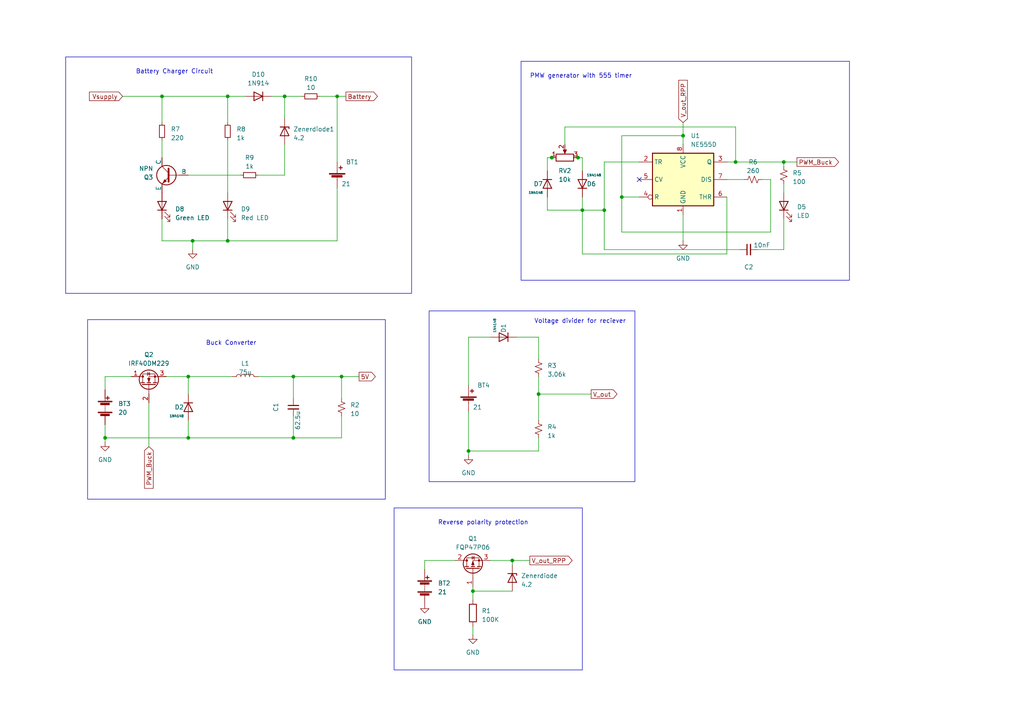
<source format=kicad_sch>
(kicad_sch (version 20230121) (generator eeschema)

  (uuid eb2a65ae-583f-4822-b15d-39d94eed57d7)

  (paper "A4")

  (title_block
    (title "Group_13_Power_Submodule_design")
    (date "15/04/2024")
    (rev "1")
    (company "University Of Cape town ")
    (comment 1 "Ruviel Perumal")
  )

  (lib_symbols
    (symbol "Device:Battery" (pin_numbers hide) (pin_names (offset 0) hide) (in_bom yes) (on_board yes)
      (property "Reference" "BT" (at 2.54 2.54 0)
        (effects (font (size 1.27 1.27)) (justify left))
      )
      (property "Value" "Battery" (at 2.54 0 0)
        (effects (font (size 1.27 1.27)) (justify left))
      )
      (property "Footprint" "" (at 0 1.524 90)
        (effects (font (size 1.27 1.27)) hide)
      )
      (property "Datasheet" "~" (at 0 1.524 90)
        (effects (font (size 1.27 1.27)) hide)
      )
      (property "ki_keywords" "batt voltage-source cell" (at 0 0 0)
        (effects (font (size 1.27 1.27)) hide)
      )
      (property "ki_description" "Multiple-cell battery" (at 0 0 0)
        (effects (font (size 1.27 1.27)) hide)
      )
      (symbol "Battery_0_1"
        (rectangle (start -2.032 -1.397) (end 2.032 -1.651)
          (stroke (width 0) (type default))
          (fill (type outline))
        )
        (rectangle (start -2.032 1.778) (end 2.032 1.524)
          (stroke (width 0) (type default))
          (fill (type outline))
        )
        (rectangle (start -1.3208 -1.9812) (end 1.27 -2.4892)
          (stroke (width 0) (type default))
          (fill (type outline))
        )
        (rectangle (start -1.3208 1.1938) (end 1.27 0.6858)
          (stroke (width 0) (type default))
          (fill (type outline))
        )
        (polyline
          (pts
            (xy 0 -1.524)
            (xy 0 -1.27)
          )
          (stroke (width 0) (type default))
          (fill (type none))
        )
        (polyline
          (pts
            (xy 0 -1.016)
            (xy 0 -0.762)
          )
          (stroke (width 0) (type default))
          (fill (type none))
        )
        (polyline
          (pts
            (xy 0 -0.508)
            (xy 0 -0.254)
          )
          (stroke (width 0) (type default))
          (fill (type none))
        )
        (polyline
          (pts
            (xy 0 0)
            (xy 0 0.254)
          )
          (stroke (width 0) (type default))
          (fill (type none))
        )
        (polyline
          (pts
            (xy 0 0.508)
            (xy 0 0.762)
          )
          (stroke (width 0) (type default))
          (fill (type none))
        )
        (polyline
          (pts
            (xy 0 1.778)
            (xy 0 2.54)
          )
          (stroke (width 0) (type default))
          (fill (type none))
        )
        (polyline
          (pts
            (xy 0.254 2.667)
            (xy 1.27 2.667)
          )
          (stroke (width 0.254) (type default))
          (fill (type none))
        )
        (polyline
          (pts
            (xy 0.762 3.175)
            (xy 0.762 2.159)
          )
          (stroke (width 0.254) (type default))
          (fill (type none))
        )
      )
      (symbol "Battery_1_1"
        (pin passive line (at 0 5.08 270) (length 2.54)
          (name "+" (effects (font (size 1.27 1.27))))
          (number "1" (effects (font (size 1.27 1.27))))
        )
        (pin passive line (at 0 -5.08 90) (length 2.54)
          (name "-" (effects (font (size 1.27 1.27))))
          (number "2" (effects (font (size 1.27 1.27))))
        )
      )
    )
    (symbol "Device:Battery_Cell" (pin_numbers hide) (pin_names (offset 0) hide) (in_bom yes) (on_board yes)
      (property "Reference" "BT" (at 2.54 2.54 0)
        (effects (font (size 1.27 1.27)) (justify left))
      )
      (property "Value" "Battery_Cell" (at 2.54 0 0)
        (effects (font (size 1.27 1.27)) (justify left))
      )
      (property "Footprint" "" (at 0 1.524 90)
        (effects (font (size 1.27 1.27)) hide)
      )
      (property "Datasheet" "~" (at 0 1.524 90)
        (effects (font (size 1.27 1.27)) hide)
      )
      (property "ki_keywords" "battery cell" (at 0 0 0)
        (effects (font (size 1.27 1.27)) hide)
      )
      (property "ki_description" "Single-cell battery" (at 0 0 0)
        (effects (font (size 1.27 1.27)) hide)
      )
      (symbol "Battery_Cell_0_1"
        (rectangle (start -2.286 1.778) (end 2.286 1.524)
          (stroke (width 0) (type default))
          (fill (type outline))
        )
        (rectangle (start -1.5748 1.1938) (end 1.4732 0.6858)
          (stroke (width 0) (type default))
          (fill (type outline))
        )
        (polyline
          (pts
            (xy 0 0.762)
            (xy 0 0)
          )
          (stroke (width 0) (type default))
          (fill (type none))
        )
        (polyline
          (pts
            (xy 0 1.778)
            (xy 0 2.54)
          )
          (stroke (width 0) (type default))
          (fill (type none))
        )
        (polyline
          (pts
            (xy 0.508 3.429)
            (xy 1.524 3.429)
          )
          (stroke (width 0.254) (type default))
          (fill (type none))
        )
        (polyline
          (pts
            (xy 1.016 3.937)
            (xy 1.016 2.921)
          )
          (stroke (width 0.254) (type default))
          (fill (type none))
        )
      )
      (symbol "Battery_Cell_1_1"
        (pin passive line (at 0 5.08 270) (length 2.54)
          (name "+" (effects (font (size 1.27 1.27))))
          (number "1" (effects (font (size 1.27 1.27))))
        )
        (pin passive line (at 0 -2.54 90) (length 2.54)
          (name "-" (effects (font (size 1.27 1.27))))
          (number "2" (effects (font (size 1.27 1.27))))
        )
      )
    )
    (symbol "Device:C_Small" (pin_numbers hide) (pin_names (offset 0.254) hide) (in_bom yes) (on_board yes)
      (property "Reference" "C" (at 0.254 1.778 0)
        (effects (font (size 1.27 1.27)) (justify left))
      )
      (property "Value" "C_Small" (at 0.254 -2.032 0)
        (effects (font (size 1.27 1.27)) (justify left))
      )
      (property "Footprint" "" (at 0 0 0)
        (effects (font (size 1.27 1.27)) hide)
      )
      (property "Datasheet" "~" (at 0 0 0)
        (effects (font (size 1.27 1.27)) hide)
      )
      (property "ki_keywords" "capacitor cap" (at 0 0 0)
        (effects (font (size 1.27 1.27)) hide)
      )
      (property "ki_description" "Unpolarized capacitor, small symbol" (at 0 0 0)
        (effects (font (size 1.27 1.27)) hide)
      )
      (property "ki_fp_filters" "C_*" (at 0 0 0)
        (effects (font (size 1.27 1.27)) hide)
      )
      (symbol "C_Small_0_1"
        (polyline
          (pts
            (xy -1.524 -0.508)
            (xy 1.524 -0.508)
          )
          (stroke (width 0.3302) (type default))
          (fill (type none))
        )
        (polyline
          (pts
            (xy -1.524 0.508)
            (xy 1.524 0.508)
          )
          (stroke (width 0.3048) (type default))
          (fill (type none))
        )
      )
      (symbol "C_Small_1_1"
        (pin passive line (at 0 2.54 270) (length 2.032)
          (name "~" (effects (font (size 1.27 1.27))))
          (number "1" (effects (font (size 1.27 1.27))))
        )
        (pin passive line (at 0 -2.54 90) (length 2.032)
          (name "~" (effects (font (size 1.27 1.27))))
          (number "2" (effects (font (size 1.27 1.27))))
        )
      )
    )
    (symbol "Device:D_Zener" (pin_numbers hide) (pin_names (offset 1.016) hide) (in_bom yes) (on_board yes)
      (property "Reference" "D" (at 0 2.54 0)
        (effects (font (size 1.27 1.27)))
      )
      (property "Value" "D_Zener" (at 0 -2.54 0)
        (effects (font (size 1.27 1.27)))
      )
      (property "Footprint" "" (at 0 0 0)
        (effects (font (size 1.27 1.27)) hide)
      )
      (property "Datasheet" "~" (at 0 0 0)
        (effects (font (size 1.27 1.27)) hide)
      )
      (property "ki_keywords" "diode" (at 0 0 0)
        (effects (font (size 1.27 1.27)) hide)
      )
      (property "ki_description" "Zener diode" (at 0 0 0)
        (effects (font (size 1.27 1.27)) hide)
      )
      (property "ki_fp_filters" "TO-???* *_Diode_* *SingleDiode* D_*" (at 0 0 0)
        (effects (font (size 1.27 1.27)) hide)
      )
      (symbol "D_Zener_0_1"
        (polyline
          (pts
            (xy 1.27 0)
            (xy -1.27 0)
          )
          (stroke (width 0) (type default))
          (fill (type none))
        )
        (polyline
          (pts
            (xy -1.27 -1.27)
            (xy -1.27 1.27)
            (xy -0.762 1.27)
          )
          (stroke (width 0.254) (type default))
          (fill (type none))
        )
        (polyline
          (pts
            (xy 1.27 -1.27)
            (xy 1.27 1.27)
            (xy -1.27 0)
            (xy 1.27 -1.27)
          )
          (stroke (width 0.254) (type default))
          (fill (type none))
        )
      )
      (symbol "D_Zener_1_1"
        (pin passive line (at -3.81 0 0) (length 2.54)
          (name "K" (effects (font (size 1.27 1.27))))
          (number "1" (effects (font (size 1.27 1.27))))
        )
        (pin passive line (at 3.81 0 180) (length 2.54)
          (name "A" (effects (font (size 1.27 1.27))))
          (number "2" (effects (font (size 1.27 1.27))))
        )
      )
    )
    (symbol "Device:L" (pin_numbers hide) (pin_names (offset 1.016) hide) (in_bom yes) (on_board yes)
      (property "Reference" "L" (at -1.27 0 90)
        (effects (font (size 1.27 1.27)))
      )
      (property "Value" "L" (at 1.905 0 90)
        (effects (font (size 1.27 1.27)))
      )
      (property "Footprint" "" (at 0 0 0)
        (effects (font (size 1.27 1.27)) hide)
      )
      (property "Datasheet" "~" (at 0 0 0)
        (effects (font (size 1.27 1.27)) hide)
      )
      (property "ki_keywords" "inductor choke coil reactor magnetic" (at 0 0 0)
        (effects (font (size 1.27 1.27)) hide)
      )
      (property "ki_description" "Inductor" (at 0 0 0)
        (effects (font (size 1.27 1.27)) hide)
      )
      (property "ki_fp_filters" "Choke_* *Coil* Inductor_* L_*" (at 0 0 0)
        (effects (font (size 1.27 1.27)) hide)
      )
      (symbol "L_0_1"
        (arc (start 0 -2.54) (mid 0.6323 -1.905) (end 0 -1.27)
          (stroke (width 0) (type default))
          (fill (type none))
        )
        (arc (start 0 -1.27) (mid 0.6323 -0.635) (end 0 0)
          (stroke (width 0) (type default))
          (fill (type none))
        )
        (arc (start 0 0) (mid 0.6323 0.635) (end 0 1.27)
          (stroke (width 0) (type default))
          (fill (type none))
        )
        (arc (start 0 1.27) (mid 0.6323 1.905) (end 0 2.54)
          (stroke (width 0) (type default))
          (fill (type none))
        )
      )
      (symbol "L_1_1"
        (pin passive line (at 0 3.81 270) (length 1.27)
          (name "1" (effects (font (size 1.27 1.27))))
          (number "1" (effects (font (size 1.27 1.27))))
        )
        (pin passive line (at 0 -3.81 90) (length 1.27)
          (name "2" (effects (font (size 1.27 1.27))))
          (number "2" (effects (font (size 1.27 1.27))))
        )
      )
    )
    (symbol "Device:LED" (pin_numbers hide) (pin_names (offset 1.016) hide) (in_bom yes) (on_board yes)
      (property "Reference" "D" (at 0 2.54 0)
        (effects (font (size 1.27 1.27)))
      )
      (property "Value" "LED" (at 0 -2.54 0)
        (effects (font (size 1.27 1.27)))
      )
      (property "Footprint" "" (at 0 0 0)
        (effects (font (size 1.27 1.27)) hide)
      )
      (property "Datasheet" "~" (at 0 0 0)
        (effects (font (size 1.27 1.27)) hide)
      )
      (property "ki_keywords" "LED diode" (at 0 0 0)
        (effects (font (size 1.27 1.27)) hide)
      )
      (property "ki_description" "Light emitting diode" (at 0 0 0)
        (effects (font (size 1.27 1.27)) hide)
      )
      (property "ki_fp_filters" "LED* LED_SMD:* LED_THT:*" (at 0 0 0)
        (effects (font (size 1.27 1.27)) hide)
      )
      (symbol "LED_0_1"
        (polyline
          (pts
            (xy -1.27 -1.27)
            (xy -1.27 1.27)
          )
          (stroke (width 0.254) (type default))
          (fill (type none))
        )
        (polyline
          (pts
            (xy -1.27 0)
            (xy 1.27 0)
          )
          (stroke (width 0) (type default))
          (fill (type none))
        )
        (polyline
          (pts
            (xy 1.27 -1.27)
            (xy 1.27 1.27)
            (xy -1.27 0)
            (xy 1.27 -1.27)
          )
          (stroke (width 0.254) (type default))
          (fill (type none))
        )
        (polyline
          (pts
            (xy -3.048 -0.762)
            (xy -4.572 -2.286)
            (xy -3.81 -2.286)
            (xy -4.572 -2.286)
            (xy -4.572 -1.524)
          )
          (stroke (width 0) (type default))
          (fill (type none))
        )
        (polyline
          (pts
            (xy -1.778 -0.762)
            (xy -3.302 -2.286)
            (xy -2.54 -2.286)
            (xy -3.302 -2.286)
            (xy -3.302 -1.524)
          )
          (stroke (width 0) (type default))
          (fill (type none))
        )
      )
      (symbol "LED_1_1"
        (pin passive line (at -3.81 0 0) (length 2.54)
          (name "K" (effects (font (size 1.27 1.27))))
          (number "1" (effects (font (size 1.27 1.27))))
        )
        (pin passive line (at 3.81 0 180) (length 2.54)
          (name "A" (effects (font (size 1.27 1.27))))
          (number "2" (effects (font (size 1.27 1.27))))
        )
      )
    )
    (symbol "Device:R" (pin_numbers hide) (pin_names (offset 0)) (in_bom yes) (on_board yes)
      (property "Reference" "R" (at 2.032 0 90)
        (effects (font (size 1.27 1.27)))
      )
      (property "Value" "R" (at 0 0 90)
        (effects (font (size 1.27 1.27)))
      )
      (property "Footprint" "" (at -1.778 0 90)
        (effects (font (size 1.27 1.27)) hide)
      )
      (property "Datasheet" "~" (at 0 0 0)
        (effects (font (size 1.27 1.27)) hide)
      )
      (property "ki_keywords" "R res resistor" (at 0 0 0)
        (effects (font (size 1.27 1.27)) hide)
      )
      (property "ki_description" "Resistor" (at 0 0 0)
        (effects (font (size 1.27 1.27)) hide)
      )
      (property "ki_fp_filters" "R_*" (at 0 0 0)
        (effects (font (size 1.27 1.27)) hide)
      )
      (symbol "R_0_1"
        (rectangle (start -1.016 -2.54) (end 1.016 2.54)
          (stroke (width 0.254) (type default))
          (fill (type none))
        )
      )
      (symbol "R_1_1"
        (pin passive line (at 0 3.81 270) (length 1.27)
          (name "~" (effects (font (size 1.27 1.27))))
          (number "1" (effects (font (size 1.27 1.27))))
        )
        (pin passive line (at 0 -3.81 90) (length 1.27)
          (name "~" (effects (font (size 1.27 1.27))))
          (number "2" (effects (font (size 1.27 1.27))))
        )
      )
    )
    (symbol "Device:R_Potentiometer" (pin_names (offset 1.016) hide) (in_bom yes) (on_board yes)
      (property "Reference" "RV" (at -4.445 0 90)
        (effects (font (size 1.27 1.27)))
      )
      (property "Value" "R_Potentiometer" (at -2.54 0 90)
        (effects (font (size 1.27 1.27)))
      )
      (property "Footprint" "" (at 0 0 0)
        (effects (font (size 1.27 1.27)) hide)
      )
      (property "Datasheet" "~" (at 0 0 0)
        (effects (font (size 1.27 1.27)) hide)
      )
      (property "ki_keywords" "resistor variable" (at 0 0 0)
        (effects (font (size 1.27 1.27)) hide)
      )
      (property "ki_description" "Potentiometer" (at 0 0 0)
        (effects (font (size 1.27 1.27)) hide)
      )
      (property "ki_fp_filters" "Potentiometer*" (at 0 0 0)
        (effects (font (size 1.27 1.27)) hide)
      )
      (symbol "R_Potentiometer_0_1"
        (polyline
          (pts
            (xy 2.54 0)
            (xy 1.524 0)
          )
          (stroke (width 0) (type default))
          (fill (type none))
        )
        (polyline
          (pts
            (xy 1.143 0)
            (xy 2.286 0.508)
            (xy 2.286 -0.508)
            (xy 1.143 0)
          )
          (stroke (width 0) (type default))
          (fill (type outline))
        )
        (rectangle (start 1.016 2.54) (end -1.016 -2.54)
          (stroke (width 0.254) (type default))
          (fill (type none))
        )
      )
      (symbol "R_Potentiometer_1_1"
        (pin passive line (at 0 3.81 270) (length 1.27)
          (name "1" (effects (font (size 1.27 1.27))))
          (number "1" (effects (font (size 1.27 1.27))))
        )
        (pin passive line (at 3.81 0 180) (length 1.27)
          (name "2" (effects (font (size 1.27 1.27))))
          (number "2" (effects (font (size 1.27 1.27))))
        )
        (pin passive line (at 0 -3.81 90) (length 1.27)
          (name "3" (effects (font (size 1.27 1.27))))
          (number "3" (effects (font (size 1.27 1.27))))
        )
      )
    )
    (symbol "Device:R_Small" (pin_numbers hide) (pin_names (offset 0.254) hide) (in_bom yes) (on_board yes)
      (property "Reference" "R" (at 0.762 0.508 0)
        (effects (font (size 1.27 1.27)) (justify left))
      )
      (property "Value" "R_Small" (at 0.762 -1.016 0)
        (effects (font (size 1.27 1.27)) (justify left))
      )
      (property "Footprint" "" (at 0 0 0)
        (effects (font (size 1.27 1.27)) hide)
      )
      (property "Datasheet" "~" (at 0 0 0)
        (effects (font (size 1.27 1.27)) hide)
      )
      (property "ki_keywords" "R resistor" (at 0 0 0)
        (effects (font (size 1.27 1.27)) hide)
      )
      (property "ki_description" "Resistor, small symbol" (at 0 0 0)
        (effects (font (size 1.27 1.27)) hide)
      )
      (property "ki_fp_filters" "R_*" (at 0 0 0)
        (effects (font (size 1.27 1.27)) hide)
      )
      (symbol "R_Small_0_1"
        (rectangle (start -0.762 1.778) (end 0.762 -1.778)
          (stroke (width 0.2032) (type default))
          (fill (type none))
        )
      )
      (symbol "R_Small_1_1"
        (pin passive line (at 0 2.54 270) (length 0.762)
          (name "~" (effects (font (size 1.27 1.27))))
          (number "1" (effects (font (size 1.27 1.27))))
        )
        (pin passive line (at 0 -2.54 90) (length 0.762)
          (name "~" (effects (font (size 1.27 1.27))))
          (number "2" (effects (font (size 1.27 1.27))))
        )
      )
    )
    (symbol "Device:R_Small_US" (pin_numbers hide) (pin_names (offset 0.254) hide) (in_bom yes) (on_board yes)
      (property "Reference" "R" (at 0.762 0.508 0)
        (effects (font (size 1.27 1.27)) (justify left))
      )
      (property "Value" "R_Small_US" (at 0.762 -1.016 0)
        (effects (font (size 1.27 1.27)) (justify left))
      )
      (property "Footprint" "" (at 0 0 0)
        (effects (font (size 1.27 1.27)) hide)
      )
      (property "Datasheet" "~" (at 0 0 0)
        (effects (font (size 1.27 1.27)) hide)
      )
      (property "ki_keywords" "r resistor" (at 0 0 0)
        (effects (font (size 1.27 1.27)) hide)
      )
      (property "ki_description" "Resistor, small US symbol" (at 0 0 0)
        (effects (font (size 1.27 1.27)) hide)
      )
      (property "ki_fp_filters" "R_*" (at 0 0 0)
        (effects (font (size 1.27 1.27)) hide)
      )
      (symbol "R_Small_US_1_1"
        (polyline
          (pts
            (xy 0 0)
            (xy 1.016 -0.381)
            (xy 0 -0.762)
            (xy -1.016 -1.143)
            (xy 0 -1.524)
          )
          (stroke (width 0) (type default))
          (fill (type none))
        )
        (polyline
          (pts
            (xy 0 1.524)
            (xy 1.016 1.143)
            (xy 0 0.762)
            (xy -1.016 0.381)
            (xy 0 0)
          )
          (stroke (width 0) (type default))
          (fill (type none))
        )
        (pin passive line (at 0 2.54 270) (length 1.016)
          (name "~" (effects (font (size 1.27 1.27))))
          (number "1" (effects (font (size 1.27 1.27))))
        )
        (pin passive line (at 0 -2.54 90) (length 1.016)
          (name "~" (effects (font (size 1.27 1.27))))
          (number "2" (effects (font (size 1.27 1.27))))
        )
      )
    )
    (symbol "Diode:1N4148" (pin_numbers hide) (pin_names hide) (in_bom yes) (on_board yes)
      (property "Reference" "D" (at 0 2.54 0)
        (effects (font (size 1.27 1.27)))
      )
      (property "Value" "1N4148" (at 0 -2.54 0)
        (effects (font (size 1.27 1.27)))
      )
      (property "Footprint" "Diode_THT:D_DO-35_SOD27_P7.62mm_Horizontal" (at 0 0 0)
        (effects (font (size 1.27 1.27)) hide)
      )
      (property "Datasheet" "https://assets.nexperia.com/documents/data-sheet/1N4148_1N4448.pdf" (at 0 0 0)
        (effects (font (size 1.27 1.27)) hide)
      )
      (property "Sim.Device" "D" (at 0 0 0)
        (effects (font (size 1.27 1.27)) hide)
      )
      (property "Sim.Pins" "1=K 2=A" (at 0 0 0)
        (effects (font (size 1.27 1.27)) hide)
      )
      (property "ki_keywords" "diode" (at 0 0 0)
        (effects (font (size 1.27 1.27)) hide)
      )
      (property "ki_description" "100V 0.15A standard switching diode, DO-35" (at 0 0 0)
        (effects (font (size 1.27 1.27)) hide)
      )
      (property "ki_fp_filters" "D*DO?35*" (at 0 0 0)
        (effects (font (size 1.27 1.27)) hide)
      )
      (symbol "1N4148_0_1"
        (polyline
          (pts
            (xy -1.27 1.27)
            (xy -1.27 -1.27)
          )
          (stroke (width 0.254) (type default))
          (fill (type none))
        )
        (polyline
          (pts
            (xy 1.27 0)
            (xy -1.27 0)
          )
          (stroke (width 0) (type default))
          (fill (type none))
        )
        (polyline
          (pts
            (xy 1.27 1.27)
            (xy 1.27 -1.27)
            (xy -1.27 0)
            (xy 1.27 1.27)
          )
          (stroke (width 0.254) (type default))
          (fill (type none))
        )
      )
      (symbol "1N4148_1_1"
        (pin passive line (at -3.81 0 0) (length 2.54)
          (name "K" (effects (font (size 1.27 1.27))))
          (number "1" (effects (font (size 1.27 1.27))))
        )
        (pin passive line (at 3.81 0 180) (length 2.54)
          (name "A" (effects (font (size 1.27 1.27))))
          (number "2" (effects (font (size 1.27 1.27))))
        )
      )
    )
    (symbol "Diode:1N914" (pin_numbers hide) (pin_names hide) (in_bom yes) (on_board yes)
      (property "Reference" "D" (at 0 2.54 0)
        (effects (font (size 1.27 1.27)))
      )
      (property "Value" "1N914" (at 0 -2.54 0)
        (effects (font (size 1.27 1.27)))
      )
      (property "Footprint" "Diode_THT:D_DO-35_SOD27_P7.62mm_Horizontal" (at 0 -4.445 0)
        (effects (font (size 1.27 1.27)) hide)
      )
      (property "Datasheet" "http://www.vishay.com/docs/85622/1n914.pdf" (at 0 0 0)
        (effects (font (size 1.27 1.27)) hide)
      )
      (property "Sim.Device" "D" (at 0 0 0)
        (effects (font (size 1.27 1.27)) hide)
      )
      (property "Sim.Pins" "1=K 2=A" (at 0 0 0)
        (effects (font (size 1.27 1.27)) hide)
      )
      (property "ki_keywords" "diode" (at 0 0 0)
        (effects (font (size 1.27 1.27)) hide)
      )
      (property "ki_description" "100V 0.3A Small Signal Fast Switching Diode, DO-35" (at 0 0 0)
        (effects (font (size 1.27 1.27)) hide)
      )
      (property "ki_fp_filters" "D*DO?35*" (at 0 0 0)
        (effects (font (size 1.27 1.27)) hide)
      )
      (symbol "1N914_0_1"
        (polyline
          (pts
            (xy -1.27 1.27)
            (xy -1.27 -1.27)
          )
          (stroke (width 0.254) (type default))
          (fill (type none))
        )
        (polyline
          (pts
            (xy 1.27 0)
            (xy -1.27 0)
          )
          (stroke (width 0) (type default))
          (fill (type none))
        )
        (polyline
          (pts
            (xy 1.27 1.27)
            (xy 1.27 -1.27)
            (xy -1.27 0)
            (xy 1.27 1.27)
          )
          (stroke (width 0.254) (type default))
          (fill (type none))
        )
      )
      (symbol "1N914_1_1"
        (pin passive line (at -3.81 0 0) (length 2.54)
          (name "K" (effects (font (size 1.27 1.27))))
          (number "1" (effects (font (size 1.27 1.27))))
        )
        (pin passive line (at 3.81 0 180) (length 2.54)
          (name "A" (effects (font (size 1.27 1.27))))
          (number "2" (effects (font (size 1.27 1.27))))
        )
      )
    )
    (symbol "Simulation_SPICE:NPN" (pin_numbers hide) (pin_names (offset 0)) (in_bom yes) (on_board yes)
      (property "Reference" "Q" (at -2.54 7.62 0)
        (effects (font (size 1.27 1.27)))
      )
      (property "Value" "NPN" (at -2.54 5.08 0)
        (effects (font (size 1.27 1.27)))
      )
      (property "Footprint" "" (at 63.5 0 0)
        (effects (font (size 1.27 1.27)) hide)
      )
      (property "Datasheet" "~" (at 63.5 0 0)
        (effects (font (size 1.27 1.27)) hide)
      )
      (property "Sim.Device" "NPN" (at 0 0 0)
        (effects (font (size 1.27 1.27)) hide)
      )
      (property "Sim.Type" "GUMMELPOON" (at 0 0 0)
        (effects (font (size 1.27 1.27)) hide)
      )
      (property "Sim.Pins" "1=C 2=B 3=E" (at 0 0 0)
        (effects (font (size 1.27 1.27)) hide)
      )
      (property "ki_keywords" "simulation" (at 0 0 0)
        (effects (font (size 1.27 1.27)) hide)
      )
      (property "ki_description" "Bipolar transistor symbol for simulation only, substrate tied to the emitter" (at 0 0 0)
        (effects (font (size 1.27 1.27)) hide)
      )
      (symbol "NPN_0_1"
        (polyline
          (pts
            (xy -2.54 0)
            (xy 0.635 0)
          )
          (stroke (width 0.1524) (type default))
          (fill (type none))
        )
        (polyline
          (pts
            (xy 0.635 0.635)
            (xy 2.54 2.54)
          )
          (stroke (width 0) (type default))
          (fill (type none))
        )
        (polyline
          (pts
            (xy 2.794 -1.27)
            (xy 2.794 -1.27)
          )
          (stroke (width 0.1524) (type default))
          (fill (type none))
        )
        (polyline
          (pts
            (xy 2.794 -1.27)
            (xy 2.794 -1.27)
          )
          (stroke (width 0.1524) (type default))
          (fill (type none))
        )
        (polyline
          (pts
            (xy 0.635 -0.635)
            (xy 2.54 -2.54)
            (xy 2.54 -2.54)
          )
          (stroke (width 0) (type default))
          (fill (type none))
        )
        (polyline
          (pts
            (xy 0.635 1.905)
            (xy 0.635 -1.905)
            (xy 0.635 -1.905)
          )
          (stroke (width 0.508) (type default))
          (fill (type none))
        )
        (polyline
          (pts
            (xy 1.27 -1.778)
            (xy 1.778 -1.27)
            (xy 2.286 -2.286)
            (xy 1.27 -1.778)
            (xy 1.27 -1.778)
          )
          (stroke (width 0) (type default))
          (fill (type outline))
        )
        (circle (center 1.27 0) (radius 2.8194)
          (stroke (width 0.254) (type default))
          (fill (type none))
        )
      )
      (symbol "NPN_1_1"
        (pin open_collector line (at 2.54 5.08 270) (length 2.54)
          (name "C" (effects (font (size 1.27 1.27))))
          (number "1" (effects (font (size 1.27 1.27))))
        )
        (pin input line (at -5.08 0 0) (length 2.54)
          (name "B" (effects (font (size 1.27 1.27))))
          (number "2" (effects (font (size 1.27 1.27))))
        )
        (pin open_emitter line (at 2.54 -5.08 90) (length 2.54)
          (name "E" (effects (font (size 1.27 1.27))))
          (number "3" (effects (font (size 1.27 1.27))))
        )
      )
    )
    (symbol "Timer:NE555D" (in_bom yes) (on_board yes)
      (property "Reference" "U" (at -10.16 8.89 0)
        (effects (font (size 1.27 1.27)) (justify left))
      )
      (property "Value" "NE555D" (at 2.54 8.89 0)
        (effects (font (size 1.27 1.27)) (justify left))
      )
      (property "Footprint" "Package_SO:SOIC-8_3.9x4.9mm_P1.27mm" (at 21.59 -10.16 0)
        (effects (font (size 1.27 1.27)) hide)
      )
      (property "Datasheet" "http://www.ti.com/lit/ds/symlink/ne555.pdf" (at 21.59 -10.16 0)
        (effects (font (size 1.27 1.27)) hide)
      )
      (property "ki_keywords" "single timer 555" (at 0 0 0)
        (effects (font (size 1.27 1.27)) hide)
      )
      (property "ki_description" "Precision Timers, 555 compatible, SOIC-8" (at 0 0 0)
        (effects (font (size 1.27 1.27)) hide)
      )
      (property "ki_fp_filters" "SOIC*3.9x4.9mm*P1.27mm*" (at 0 0 0)
        (effects (font (size 1.27 1.27)) hide)
      )
      (symbol "NE555D_0_0"
        (pin power_in line (at 0 -10.16 90) (length 2.54)
          (name "GND" (effects (font (size 1.27 1.27))))
          (number "1" (effects (font (size 1.27 1.27))))
        )
        (pin power_in line (at 0 10.16 270) (length 2.54)
          (name "VCC" (effects (font (size 1.27 1.27))))
          (number "8" (effects (font (size 1.27 1.27))))
        )
      )
      (symbol "NE555D_0_1"
        (rectangle (start -8.89 -7.62) (end 8.89 7.62)
          (stroke (width 0.254) (type default))
          (fill (type background))
        )
        (rectangle (start -8.89 -7.62) (end 8.89 7.62)
          (stroke (width 0.254) (type default))
          (fill (type background))
        )
      )
      (symbol "NE555D_1_1"
        (pin input line (at -12.7 5.08 0) (length 3.81)
          (name "TR" (effects (font (size 1.27 1.27))))
          (number "2" (effects (font (size 1.27 1.27))))
        )
        (pin output line (at 12.7 5.08 180) (length 3.81)
          (name "Q" (effects (font (size 1.27 1.27))))
          (number "3" (effects (font (size 1.27 1.27))))
        )
        (pin input inverted (at -12.7 -5.08 0) (length 3.81)
          (name "R" (effects (font (size 1.27 1.27))))
          (number "4" (effects (font (size 1.27 1.27))))
        )
        (pin input line (at -12.7 0 0) (length 3.81)
          (name "CV" (effects (font (size 1.27 1.27))))
          (number "5" (effects (font (size 1.27 1.27))))
        )
        (pin input line (at 12.7 -5.08 180) (length 3.81)
          (name "THR" (effects (font (size 1.27 1.27))))
          (number "6" (effects (font (size 1.27 1.27))))
        )
        (pin input line (at 12.7 0 180) (length 3.81)
          (name "DIS" (effects (font (size 1.27 1.27))))
          (number "7" (effects (font (size 1.27 1.27))))
        )
      )
    )
    (symbol "Transistor_FET:FQP27P06" (pin_names hide) (in_bom yes) (on_board yes)
      (property "Reference" "Q" (at 5.08 1.905 0)
        (effects (font (size 1.27 1.27)) (justify left))
      )
      (property "Value" "FQP27P06" (at 5.08 0 0)
        (effects (font (size 1.27 1.27)) (justify left))
      )
      (property "Footprint" "Package_TO_SOT_THT:TO-220-3_Vertical" (at 5.08 -1.905 0)
        (effects (font (size 1.27 1.27) italic) (justify left) hide)
      )
      (property "Datasheet" "https://www.onsemi.com/pub/Collateral/FQP27P06-D.PDF" (at 0 0 0)
        (effects (font (size 1.27 1.27)) (justify left) hide)
      )
      (property "ki_keywords" "QFET P-Channel MOSFET" (at 0 0 0)
        (effects (font (size 1.27 1.27)) hide)
      )
      (property "ki_description" "-27A Id, -60V Vds, QFET P-Channel MOSFET, TO-220" (at 0 0 0)
        (effects (font (size 1.27 1.27)) hide)
      )
      (property "ki_fp_filters" "TO?220*" (at 0 0 0)
        (effects (font (size 1.27 1.27)) hide)
      )
      (symbol "FQP27P06_0_1"
        (polyline
          (pts
            (xy 0.254 0)
            (xy -2.54 0)
          )
          (stroke (width 0) (type default))
          (fill (type none))
        )
        (polyline
          (pts
            (xy 0.254 1.905)
            (xy 0.254 -1.905)
          )
          (stroke (width 0.254) (type default))
          (fill (type none))
        )
        (polyline
          (pts
            (xy 0.762 -1.27)
            (xy 0.762 -2.286)
          )
          (stroke (width 0.254) (type default))
          (fill (type none))
        )
        (polyline
          (pts
            (xy 0.762 0.508)
            (xy 0.762 -0.508)
          )
          (stroke (width 0.254) (type default))
          (fill (type none))
        )
        (polyline
          (pts
            (xy 0.762 2.286)
            (xy 0.762 1.27)
          )
          (stroke (width 0.254) (type default))
          (fill (type none))
        )
        (polyline
          (pts
            (xy 2.54 2.54)
            (xy 2.54 1.778)
          )
          (stroke (width 0) (type default))
          (fill (type none))
        )
        (polyline
          (pts
            (xy 2.54 -2.54)
            (xy 2.54 0)
            (xy 0.762 0)
          )
          (stroke (width 0) (type default))
          (fill (type none))
        )
        (polyline
          (pts
            (xy 0.762 1.778)
            (xy 3.302 1.778)
            (xy 3.302 -1.778)
            (xy 0.762 -1.778)
          )
          (stroke (width 0) (type default))
          (fill (type none))
        )
        (polyline
          (pts
            (xy 2.286 0)
            (xy 1.27 0.381)
            (xy 1.27 -0.381)
            (xy 2.286 0)
          )
          (stroke (width 0) (type default))
          (fill (type outline))
        )
        (polyline
          (pts
            (xy 2.794 -0.508)
            (xy 2.921 -0.381)
            (xy 3.683 -0.381)
            (xy 3.81 -0.254)
          )
          (stroke (width 0) (type default))
          (fill (type none))
        )
        (polyline
          (pts
            (xy 3.302 -0.381)
            (xy 2.921 0.254)
            (xy 3.683 0.254)
            (xy 3.302 -0.381)
          )
          (stroke (width 0) (type default))
          (fill (type none))
        )
        (circle (center 1.651 0) (radius 2.794)
          (stroke (width 0.254) (type default))
          (fill (type none))
        )
        (circle (center 2.54 -1.778) (radius 0.254)
          (stroke (width 0) (type default))
          (fill (type outline))
        )
        (circle (center 2.54 1.778) (radius 0.254)
          (stroke (width 0) (type default))
          (fill (type outline))
        )
      )
      (symbol "FQP27P06_1_1"
        (pin input line (at -5.08 0 0) (length 2.54)
          (name "G" (effects (font (size 1.27 1.27))))
          (number "1" (effects (font (size 1.27 1.27))))
        )
        (pin passive line (at 2.54 5.08 270) (length 2.54)
          (name "D" (effects (font (size 1.27 1.27))))
          (number "2" (effects (font (size 1.27 1.27))))
        )
        (pin passive line (at 2.54 -5.08 90) (length 2.54)
          (name "S" (effects (font (size 1.27 1.27))))
          (number "3" (effects (font (size 1.27 1.27))))
        )
      )
    )
    (symbol "Transistor_FET:IRF40DM229" (pin_names hide) (in_bom yes) (on_board yes)
      (property "Reference" "Q" (at 5.08 1.905 0)
        (effects (font (size 1.27 1.27)) (justify left))
      )
      (property "Value" "IRF40DM229" (at 5.08 0 0)
        (effects (font (size 1.27 1.27)) (justify left))
      )
      (property "Footprint" "Package_DirectFET:DirectFET_MF" (at 0 0 0)
        (effects (font (size 1.27 1.27) italic) hide)
      )
      (property "Datasheet" "https://www.infineon.com/dgdl/Infineon-IRF40DM229-DS-v02_00-EN.pdf?fileId=5546d462557e6e890155a15c899160ea" (at 0 0 0)
        (effects (font (size 1.27 1.27)) (justify left) hide)
      )
      (property "ki_keywords" "N-Channel MOSFET" (at 0 0 0)
        (effects (font (size 1.27 1.27)) hide)
      )
      (property "ki_description" "159A Id, 40V Vds, 1.85mOhm Rds, N-Channel MOSFET, DirectFET MF" (at 0 0 0)
        (effects (font (size 1.27 1.27)) hide)
      )
      (property "ki_fp_filters" "DirectFET*MF*" (at 0 0 0)
        (effects (font (size 1.27 1.27)) hide)
      )
      (symbol "IRF40DM229_0_1"
        (polyline
          (pts
            (xy 0.254 0)
            (xy -2.54 0)
          )
          (stroke (width 0) (type default))
          (fill (type none))
        )
        (polyline
          (pts
            (xy 0.254 1.905)
            (xy 0.254 -1.905)
          )
          (stroke (width 0.254) (type default))
          (fill (type none))
        )
        (polyline
          (pts
            (xy 0.762 -1.27)
            (xy 0.762 -2.286)
          )
          (stroke (width 0.254) (type default))
          (fill (type none))
        )
        (polyline
          (pts
            (xy 0.762 0.508)
            (xy 0.762 -0.508)
          )
          (stroke (width 0.254) (type default))
          (fill (type none))
        )
        (polyline
          (pts
            (xy 0.762 2.286)
            (xy 0.762 1.27)
          )
          (stroke (width 0.254) (type default))
          (fill (type none))
        )
        (polyline
          (pts
            (xy 2.54 2.54)
            (xy 2.54 1.778)
          )
          (stroke (width 0) (type default))
          (fill (type none))
        )
        (polyline
          (pts
            (xy 2.54 -2.54)
            (xy 2.54 0)
            (xy 0.762 0)
          )
          (stroke (width 0) (type default))
          (fill (type none))
        )
        (polyline
          (pts
            (xy 0.762 -1.778)
            (xy 3.302 -1.778)
            (xy 3.302 1.778)
            (xy 0.762 1.778)
          )
          (stroke (width 0) (type default))
          (fill (type none))
        )
        (polyline
          (pts
            (xy 1.016 0)
            (xy 2.032 0.381)
            (xy 2.032 -0.381)
            (xy 1.016 0)
          )
          (stroke (width 0) (type default))
          (fill (type outline))
        )
        (polyline
          (pts
            (xy 2.794 0.508)
            (xy 2.921 0.381)
            (xy 3.683 0.381)
            (xy 3.81 0.254)
          )
          (stroke (width 0) (type default))
          (fill (type none))
        )
        (polyline
          (pts
            (xy 3.302 0.381)
            (xy 2.921 -0.254)
            (xy 3.683 -0.254)
            (xy 3.302 0.381)
          )
          (stroke (width 0) (type default))
          (fill (type none))
        )
        (circle (center 1.651 0) (radius 2.794)
          (stroke (width 0.254) (type default))
          (fill (type none))
        )
        (circle (center 2.54 -1.778) (radius 0.254)
          (stroke (width 0) (type default))
          (fill (type outline))
        )
        (circle (center 2.54 1.778) (radius 0.254)
          (stroke (width 0) (type default))
          (fill (type outline))
        )
      )
      (symbol "IRF40DM229_1_1"
        (pin passive line (at 2.54 5.08 270) (length 2.54)
          (name "D" (effects (font (size 1.27 1.27))))
          (number "1" (effects (font (size 1.27 1.27))))
        )
        (pin input line (at -5.08 0 0) (length 2.54)
          (name "G" (effects (font (size 1.27 1.27))))
          (number "2" (effects (font (size 1.27 1.27))))
        )
        (pin passive line (at 2.54 -5.08 90) (length 2.54)
          (name "S" (effects (font (size 1.27 1.27))))
          (number "3" (effects (font (size 1.27 1.27))))
        )
      )
    )
    (symbol "power:GND" (power) (pin_names (offset 0)) (in_bom yes) (on_board yes)
      (property "Reference" "#PWR" (at 0 -6.35 0)
        (effects (font (size 1.27 1.27)) hide)
      )
      (property "Value" "GND" (at 0 -3.81 0)
        (effects (font (size 1.27 1.27)))
      )
      (property "Footprint" "" (at 0 0 0)
        (effects (font (size 1.27 1.27)) hide)
      )
      (property "Datasheet" "" (at 0 0 0)
        (effects (font (size 1.27 1.27)) hide)
      )
      (property "ki_keywords" "global power" (at 0 0 0)
        (effects (font (size 1.27 1.27)) hide)
      )
      (property "ki_description" "Power symbol creates a global label with name \"GND\" , ground" (at 0 0 0)
        (effects (font (size 1.27 1.27)) hide)
      )
      (symbol "GND_0_1"
        (polyline
          (pts
            (xy 0 0)
            (xy 0 -1.27)
            (xy 1.27 -1.27)
            (xy 0 -2.54)
            (xy -1.27 -1.27)
            (xy 0 -1.27)
          )
          (stroke (width 0) (type default))
          (fill (type none))
        )
      )
      (symbol "GND_1_1"
        (pin power_in line (at 0 0 270) (length 0) hide
          (name "GND" (effects (font (size 1.27 1.27))))
          (number "1" (effects (font (size 1.27 1.27))))
        )
      )
    )
  )

  (junction (at 46.99 27.94) (diameter 0) (color 0 0 0 0)
    (uuid 0886bf06-bfe4-458a-967a-c9b7953746a9)
  )
  (junction (at 167.64 45.72) (diameter 0) (color 0 0 0 0)
    (uuid 0ca001f0-a337-4fc1-917b-897bfc5a0a6d)
  )
  (junction (at 175.26 60.96) (diameter 0) (color 0 0 0 0)
    (uuid 141e7e7e-6245-4e4b-8a04-abb3b4b75768)
  )
  (junction (at 137.16 171.45) (diameter 0) (color 0 0 0 0)
    (uuid 1859fecd-7d33-48ed-9949-6ce2825f0acf)
  )
  (junction (at 160.02 45.72) (diameter 0) (color 0 0 0 0)
    (uuid 204da77f-eafe-4683-aa10-a107a277cd3f)
  )
  (junction (at 135.89 130.81) (diameter 0) (color 0 0 0 0)
    (uuid 20ca8e1a-0b44-44bf-b851-01f3c7d935f8)
  )
  (junction (at 85.09 109.22) (diameter 0) (color 0 0 0 0)
    (uuid 21ffede3-b230-4122-b4f3-7eb8eb2d712b)
  )
  (junction (at 227.33 46.99) (diameter 0) (color 0 0 0 0)
    (uuid 24c5ee3f-f21d-413c-9f8f-7f7ca7eb048d)
  )
  (junction (at 66.04 27.94) (diameter 0) (color 0 0 0 0)
    (uuid 4b10de2a-c149-4aa6-a7d6-5159d5b93cec)
  )
  (junction (at 156.21 114.3) (diameter 0) (color 0 0 0 0)
    (uuid 4c48b49b-2cee-4403-aadf-5f828735446a)
  )
  (junction (at 66.04 69.85) (diameter 0) (color 0 0 0 0)
    (uuid 56e55763-827f-455c-8e7a-17c9cccb6d28)
  )
  (junction (at 82.55 27.94) (diameter 0) (color 0 0 0 0)
    (uuid 5b947dbd-6bfb-4888-8f10-193fbee54325)
  )
  (junction (at 30.48 127) (diameter 0) (color 0 0 0 0)
    (uuid 67b49b2c-e481-49ce-a26a-ceb17db9afee)
  )
  (junction (at 198.12 39.37) (diameter 0) (color 0 0 0 0)
    (uuid 6ae770f4-f217-4fbc-b9d3-b722f2b75756)
  )
  (junction (at 54.61 127) (diameter 0) (color 0 0 0 0)
    (uuid 83ede653-92d3-47c6-8765-16c35e1b5f3d)
  )
  (junction (at 180.34 57.15) (diameter 0) (color 0 0 0 0)
    (uuid 842c1604-42e2-4912-8a71-1e72fe755b88)
  )
  (junction (at 85.09 127) (diameter 0) (color 0 0 0 0)
    (uuid 87f08277-fbbf-41c4-ab85-d79595c74e86)
  )
  (junction (at 99.06 109.22) (diameter 0) (color 0 0 0 0)
    (uuid 9d188514-f536-4c62-b5ab-81e24e96bf0b)
  )
  (junction (at 54.61 109.22) (diameter 0) (color 0 0 0 0)
    (uuid c4a5b953-7e42-4ab8-b5d4-2e0410f9ee69)
  )
  (junction (at 97.79 27.94) (diameter 0) (color 0 0 0 0)
    (uuid ce7838f7-02c3-42db-bed8-ed4ace22b6e4)
  )
  (junction (at 168.91 60.96) (diameter 0) (color 0 0 0 0)
    (uuid d07d6731-975b-4a8c-90d5-7be01cd1998e)
  )
  (junction (at 55.88 69.85) (diameter 0) (color 0 0 0 0)
    (uuid dc6b1493-03e8-4068-a02f-f57c4519ac51)
  )
  (junction (at 148.59 162.56) (diameter 0) (color 0 0 0 0)
    (uuid f9e75877-1967-42db-8674-b3ae3e28299e)
  )
  (junction (at 213.36 46.99) (diameter 0) (color 0 0 0 0)
    (uuid fbdeb4f0-304a-4e23-9d8a-891acc9e8489)
  )

  (no_connect (at 185.42 52.07) (uuid 994d431d-ff8b-47c4-8022-9c5c9b7a6582))

  (wire (pts (xy 46.99 69.85) (xy 55.88 69.85))
    (stroke (width 0) (type default))
    (uuid 01128cee-115e-4ff2-8ac4-1f873cce40c2)
  )
  (wire (pts (xy 54.61 50.8) (xy 69.85 50.8))
    (stroke (width 0) (type default))
    (uuid 0363e0c7-3805-4037-9596-0aa4797f028a)
  )
  (wire (pts (xy 55.88 72.39) (xy 55.88 69.85))
    (stroke (width 0) (type default))
    (uuid 07ebf76c-3cad-4e64-ab80-d21d3facb135)
  )
  (wire (pts (xy 92.71 27.94) (xy 97.79 27.94))
    (stroke (width 0) (type default))
    (uuid 09109275-41b7-4965-bc23-6af659ba2ada)
  )
  (wire (pts (xy 168.91 49.53) (xy 168.91 45.72))
    (stroke (width 0) (type default))
    (uuid 0a46c645-6b86-435c-8d7c-63170d511461)
  )
  (wire (pts (xy 46.99 63.5) (xy 46.99 69.85))
    (stroke (width 0) (type default))
    (uuid 0b5dbb7e-09df-4583-8145-6ceccbe8529b)
  )
  (wire (pts (xy 161.29 45.72) (xy 160.02 45.72))
    (stroke (width 0) (type default))
    (uuid 171a20b6-2f92-4244-a2e2-18a3ae4a6340)
  )
  (wire (pts (xy 30.48 113.03) (xy 30.48 109.22))
    (stroke (width 0) (type default))
    (uuid 177c4d47-54ff-4d11-8305-1bd4489e6d25)
  )
  (wire (pts (xy 135.89 111.76) (xy 135.89 97.79))
    (stroke (width 0) (type default))
    (uuid 1d86b7cf-075e-4cd1-81b9-4b21614a6e79)
  )
  (wire (pts (xy 85.09 109.22) (xy 74.93 109.22))
    (stroke (width 0) (type default))
    (uuid 21f34549-3e50-4994-b292-f407811fef23)
  )
  (wire (pts (xy 213.36 36.83) (xy 213.36 46.99))
    (stroke (width 0) (type default))
    (uuid 228e4fa3-9060-492c-8a7e-fb468cf28f91)
  )
  (wire (pts (xy 123.19 165.1) (xy 123.19 162.56))
    (stroke (width 0) (type default))
    (uuid 290d895a-815c-40a3-aae8-b72290f08f48)
  )
  (wire (pts (xy 149.86 97.79) (xy 156.21 97.79))
    (stroke (width 0) (type default))
    (uuid 29a06990-befa-441b-b81f-533375725861)
  )
  (wire (pts (xy 46.99 27.94) (xy 66.04 27.94))
    (stroke (width 0) (type default))
    (uuid 2dfec181-ef22-4542-a73c-b3afe23eebbf)
  )
  (wire (pts (xy 35.56 27.94) (xy 46.99 27.94))
    (stroke (width 0) (type default))
    (uuid 2e46a74c-daaa-4c4a-a20c-0d62ba04697d)
  )
  (wire (pts (xy 167.64 45.72) (xy 168.91 45.72))
    (stroke (width 0) (type default))
    (uuid 2f2dc290-1489-4687-8a92-ff6fc5fd304e)
  )
  (wire (pts (xy 227.33 46.99) (xy 227.33 48.26))
    (stroke (width 0) (type default))
    (uuid 30cf1b68-5c1b-48b5-9149-51130025b34d)
  )
  (wire (pts (xy 175.26 72.39) (xy 175.26 60.96))
    (stroke (width 0) (type default))
    (uuid 34749104-836f-40b3-82a0-806023893a58)
  )
  (wire (pts (xy 158.75 45.72) (xy 160.02 45.72))
    (stroke (width 0) (type default))
    (uuid 38dbfc13-afc1-411a-b638-1e9901f9cff3)
  )
  (wire (pts (xy 180.34 39.37) (xy 180.34 57.15))
    (stroke (width 0) (type default))
    (uuid 3ceece64-ba70-42b1-b043-2c16968a47c8)
  )
  (wire (pts (xy 180.34 57.15) (xy 185.42 57.15))
    (stroke (width 0) (type default))
    (uuid 3d911ea9-dfd5-40bc-8cf7-b8e0d2b78527)
  )
  (wire (pts (xy 85.09 127) (xy 54.61 127))
    (stroke (width 0) (type default))
    (uuid 420f618e-b803-4ac0-b2f2-eb16d3f8f1f3)
  )
  (wire (pts (xy 97.79 27.94) (xy 97.79 46.99))
    (stroke (width 0) (type default))
    (uuid 420f670b-55cf-421c-9558-80d9f7084d4c)
  )
  (wire (pts (xy 180.34 67.31) (xy 180.34 57.15))
    (stroke (width 0) (type default))
    (uuid 43d76319-b29e-4ab4-a209-ba2440d7fa65)
  )
  (wire (pts (xy 99.06 109.22) (xy 85.09 109.22))
    (stroke (width 0) (type default))
    (uuid 451af571-3cc1-4174-93c8-64d5c236e761)
  )
  (wire (pts (xy 30.48 127) (xy 30.48 128.27))
    (stroke (width 0) (type default))
    (uuid 463f91ee-5ce7-43c0-9c07-2b14e48930e4)
  )
  (wire (pts (xy 156.21 130.81) (xy 135.89 130.81))
    (stroke (width 0) (type default))
    (uuid 498f52ca-d162-4424-8041-436624dcff83)
  )
  (wire (pts (xy 43.18 129.54) (xy 43.18 116.84))
    (stroke (width 0) (type default))
    (uuid 4d1ad207-e560-45e2-988b-5b10c2769f52)
  )
  (wire (pts (xy 85.09 115.57) (xy 85.09 109.22))
    (stroke (width 0) (type default))
    (uuid 4df7a3d4-c596-4579-8177-b42f56b54285)
  )
  (wire (pts (xy 46.99 40.64) (xy 46.99 45.72))
    (stroke (width 0) (type default))
    (uuid 55dc6910-dc32-4ad6-a084-bc42ab898877)
  )
  (wire (pts (xy 168.91 73.66) (xy 168.91 60.96))
    (stroke (width 0) (type default))
    (uuid 55fdbc31-e023-47b7-a72f-c9cfb43f9a0a)
  )
  (wire (pts (xy 156.21 97.79) (xy 156.21 104.14))
    (stroke (width 0) (type default))
    (uuid 5b95e605-1e06-48cf-a3ed-20c45fcbb172)
  )
  (wire (pts (xy 97.79 27.94) (xy 100.33 27.94))
    (stroke (width 0) (type default))
    (uuid 5c4d7cb8-b618-44f6-8e85-737bdc591b90)
  )
  (wire (pts (xy 175.26 60.96) (xy 168.91 60.96))
    (stroke (width 0) (type default))
    (uuid 63e69cfc-af17-4aed-bf2c-a3b8c5ace330)
  )
  (wire (pts (xy 30.48 123.19) (xy 30.48 127))
    (stroke (width 0) (type default))
    (uuid 6b3e6dcf-d6ad-452c-9e87-d09642fa7590)
  )
  (wire (pts (xy 156.21 114.3) (xy 171.45 114.3))
    (stroke (width 0) (type default))
    (uuid 6da04cfc-3654-481a-a9ed-ae98d5e18840)
  )
  (wire (pts (xy 78.74 27.94) (xy 82.55 27.94))
    (stroke (width 0) (type default))
    (uuid 72edd6aa-3807-4568-b709-aa37a4cb0ac6)
  )
  (wire (pts (xy 46.99 27.94) (xy 46.99 35.56))
    (stroke (width 0) (type default))
    (uuid 74f88f76-ceba-4a98-9832-6e1f6041453d)
  )
  (wire (pts (xy 227.33 63.5) (xy 227.33 72.39))
    (stroke (width 0) (type default))
    (uuid 77efffbc-6279-4f0b-9a4b-72face2af6b6)
  )
  (wire (pts (xy 168.91 57.15) (xy 168.91 60.96))
    (stroke (width 0) (type default))
    (uuid 83889f9c-3c0f-4e36-ad13-4af50497dff9)
  )
  (wire (pts (xy 66.04 63.5) (xy 66.04 69.85))
    (stroke (width 0) (type default))
    (uuid 859707a5-6d43-446c-a64a-76c152595e33)
  )
  (wire (pts (xy 227.33 46.99) (xy 231.14 46.99))
    (stroke (width 0) (type default))
    (uuid 882380ec-2e5c-4410-80e7-68e5e1db6e88)
  )
  (wire (pts (xy 175.26 46.99) (xy 175.26 60.96))
    (stroke (width 0) (type default))
    (uuid 890aa806-73fc-435c-b993-a2bff4d94840)
  )
  (wire (pts (xy 213.36 46.99) (xy 227.33 46.99))
    (stroke (width 0) (type default))
    (uuid 893000e6-a572-4afb-911b-aed96c4adef5)
  )
  (wire (pts (xy 220.98 52.07) (xy 223.52 52.07))
    (stroke (width 0) (type default))
    (uuid 8b5039e5-8351-4841-b68c-f90453b5d6e2)
  )
  (wire (pts (xy 54.61 109.22) (xy 54.61 114.3))
    (stroke (width 0) (type default))
    (uuid 8f52d53a-1bf4-4f8b-b553-7d47070fd253)
  )
  (wire (pts (xy 148.59 162.56) (xy 148.59 163.83))
    (stroke (width 0) (type default))
    (uuid 8fa39545-cce8-4e99-9589-6b8f31e454e4)
  )
  (wire (pts (xy 148.59 162.56) (xy 153.67 162.56))
    (stroke (width 0) (type default))
    (uuid 90832bcf-e15b-441a-8af8-944ef828afea)
  )
  (wire (pts (xy 156.21 114.3) (xy 156.21 121.92))
    (stroke (width 0) (type default))
    (uuid 909bab05-f164-4e92-ac93-24372e490de3)
  )
  (wire (pts (xy 66.04 69.85) (xy 97.79 69.85))
    (stroke (width 0) (type default))
    (uuid 9238d297-f285-4f88-8ff2-9fa04c332bed)
  )
  (wire (pts (xy 198.12 35.56) (xy 198.12 39.37))
    (stroke (width 0) (type default))
    (uuid 92907f30-cea4-4fc2-bee0-15aecc117336)
  )
  (wire (pts (xy 82.55 50.8) (xy 74.93 50.8))
    (stroke (width 0) (type default))
    (uuid 94162ae8-5e6d-4d06-a7f1-bc14123bb41f)
  )
  (wire (pts (xy 137.16 171.45) (xy 137.16 173.99))
    (stroke (width 0) (type default))
    (uuid 946a6c40-c5fe-48e3-9297-7c25f2a57623)
  )
  (wire (pts (xy 198.12 62.23) (xy 198.12 69.85))
    (stroke (width 0) (type default))
    (uuid 94bcc47d-5d69-4062-b0b6-cb53ee1fd412)
  )
  (wire (pts (xy 198.12 39.37) (xy 180.34 39.37))
    (stroke (width 0) (type default))
    (uuid 98211ea9-11fb-4be1-8e72-abe3c2f85003)
  )
  (wire (pts (xy 82.55 27.94) (xy 87.63 27.94))
    (stroke (width 0) (type default))
    (uuid 9bf9279e-c37a-4f95-b171-65ceb54dcb07)
  )
  (wire (pts (xy 135.89 119.38) (xy 135.89 130.81))
    (stroke (width 0) (type default))
    (uuid 9c8b5825-2a99-4dad-9d7a-8b06fc9cef44)
  )
  (wire (pts (xy 123.19 162.56) (xy 132.08 162.56))
    (stroke (width 0) (type default))
    (uuid 9ef1ba47-3e1f-40fe-9e5b-bb69349b716c)
  )
  (wire (pts (xy 163.83 41.91) (xy 163.83 36.83))
    (stroke (width 0) (type default))
    (uuid 9fc60dd1-e522-478e-a8ec-b5de0b4e0a0c)
  )
  (wire (pts (xy 99.06 109.22) (xy 104.14 109.22))
    (stroke (width 0) (type default))
    (uuid a4ea350e-89b6-49a6-9601-682290493913)
  )
  (wire (pts (xy 54.61 121.92) (xy 54.61 127))
    (stroke (width 0) (type default))
    (uuid a73a5614-519f-4ad4-a364-d4d080b185cc)
  )
  (wire (pts (xy 48.26 109.22) (xy 54.61 109.22))
    (stroke (width 0) (type default))
    (uuid a7535e08-2143-4df5-8b1a-e5d60a5c2652)
  )
  (wire (pts (xy 158.75 60.96) (xy 168.91 60.96))
    (stroke (width 0) (type default))
    (uuid a7fad4a5-0c22-4aca-82f8-8680f6006b3d)
  )
  (wire (pts (xy 54.61 127) (xy 30.48 127))
    (stroke (width 0) (type default))
    (uuid a8ca60c4-f051-4000-82e7-f6ac5c5030e1)
  )
  (wire (pts (xy 66.04 27.94) (xy 71.12 27.94))
    (stroke (width 0) (type default))
    (uuid a967ee45-3a00-4fbb-9ada-913ab10c78f2)
  )
  (wire (pts (xy 163.83 36.83) (xy 213.36 36.83))
    (stroke (width 0) (type default))
    (uuid aa299f67-ce7a-4a0f-911d-dc6459b43f7b)
  )
  (wire (pts (xy 210.82 73.66) (xy 168.91 73.66))
    (stroke (width 0) (type default))
    (uuid acb62ade-508d-4293-a5be-fc40b4e56c64)
  )
  (wire (pts (xy 158.75 45.72) (xy 158.75 49.53))
    (stroke (width 0) (type default))
    (uuid afebc8b9-ba9b-4de4-b350-e5baa61f34e4)
  )
  (wire (pts (xy 227.33 72.39) (xy 219.71 72.39))
    (stroke (width 0) (type default))
    (uuid b3e2096a-f922-4250-8fe3-a016e622aa41)
  )
  (wire (pts (xy 158.75 57.15) (xy 158.75 60.96))
    (stroke (width 0) (type default))
    (uuid b73eb551-05db-4a89-b30b-88644ac72443)
  )
  (wire (pts (xy 55.88 69.85) (xy 66.04 69.85))
    (stroke (width 0) (type default))
    (uuid b7f8c40c-9741-47fb-b127-0311ca5191b7)
  )
  (wire (pts (xy 223.52 67.31) (xy 180.34 67.31))
    (stroke (width 0) (type default))
    (uuid b940b7a3-a697-4d85-a22d-d18ffd2398d2)
  )
  (wire (pts (xy 227.33 53.34) (xy 227.33 55.88))
    (stroke (width 0) (type default))
    (uuid bf688a44-d78a-4e96-b298-1380c63bbdcc)
  )
  (wire (pts (xy 99.06 115.57) (xy 99.06 109.22))
    (stroke (width 0) (type default))
    (uuid c18ff248-571d-4b28-b0c1-c0020f50e87c)
  )
  (wire (pts (xy 135.89 130.81) (xy 135.89 132.08))
    (stroke (width 0) (type default))
    (uuid c2c98b49-cb90-4a0a-8e27-ba330a88c9dd)
  )
  (wire (pts (xy 142.24 162.56) (xy 148.59 162.56))
    (stroke (width 0) (type default))
    (uuid c322bf10-3247-4e57-8f62-f45db1a31f21)
  )
  (wire (pts (xy 137.16 181.61) (xy 137.16 184.15))
    (stroke (width 0) (type default))
    (uuid c619372c-3a81-4a6f-b348-2a3884d8abcb)
  )
  (wire (pts (xy 167.64 45.72) (xy 166.37 45.72))
    (stroke (width 0) (type default))
    (uuid d1cd60f2-2bfa-4f30-9172-e13659fc9489)
  )
  (wire (pts (xy 210.82 57.15) (xy 210.82 73.66))
    (stroke (width 0) (type default))
    (uuid d21b0341-a7b9-4ac2-a32b-f50b40a57c65)
  )
  (wire (pts (xy 185.42 46.99) (xy 175.26 46.99))
    (stroke (width 0) (type default))
    (uuid d2e51351-7b9b-48f0-8bcb-1abc84122dfa)
  )
  (wire (pts (xy 156.21 109.22) (xy 156.21 114.3))
    (stroke (width 0) (type default))
    (uuid d8212d50-d463-4ba9-802c-27be08886280)
  )
  (wire (pts (xy 223.52 52.07) (xy 223.52 67.31))
    (stroke (width 0) (type default))
    (uuid d89255c3-c58c-4803-ae2a-f8ed0a5737d0)
  )
  (wire (pts (xy 198.12 39.37) (xy 198.12 41.91))
    (stroke (width 0) (type default))
    (uuid da11b63e-594c-4cff-acdf-bacf8bce6760)
  )
  (wire (pts (xy 210.82 46.99) (xy 213.36 46.99))
    (stroke (width 0) (type default))
    (uuid e3adc9df-0bd2-4eae-b48e-ac84e5e14593)
  )
  (wire (pts (xy 214.63 72.39) (xy 175.26 72.39))
    (stroke (width 0) (type default))
    (uuid e3e26a09-db84-456e-92cd-18f0759b3e7d)
  )
  (wire (pts (xy 210.82 52.07) (xy 215.9 52.07))
    (stroke (width 0) (type default))
    (uuid e4340233-9199-4f23-9fc4-1fffabfe82b3)
  )
  (wire (pts (xy 99.06 127) (xy 85.09 127))
    (stroke (width 0) (type default))
    (uuid e4629f27-91ea-45a8-a631-3d8c67afaa80)
  )
  (wire (pts (xy 137.16 170.18) (xy 137.16 171.45))
    (stroke (width 0) (type default))
    (uuid e9cf8fde-fb6d-4f35-b327-804506edabaf)
  )
  (wire (pts (xy 30.48 109.22) (xy 38.1 109.22))
    (stroke (width 0) (type default))
    (uuid ea4abf00-8cab-42f4-9709-cd4253f62cee)
  )
  (wire (pts (xy 66.04 35.56) (xy 66.04 27.94))
    (stroke (width 0) (type default))
    (uuid ea7978fb-1060-4b72-a942-f4110bdbc8af)
  )
  (wire (pts (xy 54.61 109.22) (xy 67.31 109.22))
    (stroke (width 0) (type default))
    (uuid eae596a4-b565-4e60-9c2f-83fcc4a4cf39)
  )
  (wire (pts (xy 135.89 97.79) (xy 142.24 97.79))
    (stroke (width 0) (type default))
    (uuid ec75810c-6b23-4531-8ea7-f34ca7d9c918)
  )
  (wire (pts (xy 82.55 41.91) (xy 82.55 50.8))
    (stroke (width 0) (type default))
    (uuid ee155108-2317-4fbe-8abf-716524095030)
  )
  (wire (pts (xy 156.21 127) (xy 156.21 130.81))
    (stroke (width 0) (type default))
    (uuid eeedc8d1-41fd-4568-a604-e3d44b7b10f8)
  )
  (wire (pts (xy 137.16 171.45) (xy 148.59 171.45))
    (stroke (width 0) (type default))
    (uuid ef2ef60c-8b39-4ff3-a1be-510de60a2a72)
  )
  (wire (pts (xy 66.04 40.64) (xy 66.04 55.88))
    (stroke (width 0) (type default))
    (uuid f08c247f-7553-4c27-b543-e82184c98c06)
  )
  (wire (pts (xy 85.09 120.65) (xy 85.09 127))
    (stroke (width 0) (type default))
    (uuid f092bcd7-b698-4fa9-a6a8-3f0979ae484b)
  )
  (wire (pts (xy 97.79 54.61) (xy 97.79 69.85))
    (stroke (width 0) (type default))
    (uuid f8ebde42-4585-4cf5-ba71-5e3298e4d32f)
  )
  (wire (pts (xy 99.06 120.65) (xy 99.06 127))
    (stroke (width 0) (type default))
    (uuid fdcae297-80c9-4fcf-ace1-73769d48f7c7)
  )
  (wire (pts (xy 82.55 27.94) (xy 82.55 34.29))
    (stroke (width 0) (type default))
    (uuid feaf3293-f7f8-4878-92d6-d5e2b658e600)
  )

  (rectangle (start 151.13 17.78) (end 246.38 81.28)
    (stroke (width 0) (type default))
    (fill (type none))
    (uuid 27217a13-59e5-4ff0-9813-c442483a857f)
  )
  (rectangle (start 25.4 92.71) (end 111.76 144.78)
    (stroke (width 0) (type default))
    (fill (type none))
    (uuid 360a741b-84b0-41e6-8650-a1e419d51308)
  )
  (rectangle (start 114.3 147.32) (end 168.91 194.31)
    (stroke (width 0) (type default))
    (fill (type none))
    (uuid 8189aad3-03ee-4581-aa0d-fcc1001b8081)
  )
  (rectangle (start 124.46 90.17) (end 184.15 139.7)
    (stroke (width 0) (type default))
    (fill (type none))
    (uuid ee1c591c-b62f-4401-911b-7ef82229699c)
  )
  (rectangle (start 19.05 16.51) (end 119.38 85.09)
    (stroke (width 0) (type default))
    (fill (type none))
    (uuid fef15f18-9e59-455c-856a-312c65ccf00b)
  )

  (text "Voltage divider for reciever" (at 154.94 93.98 0)
    (effects (font (size 1.27 1.27)) (justify left bottom))
    (uuid 0c5039f2-b5b7-4900-acec-37089d9fc0b9)
  )
  (text "Buck Converter" (at 59.69 100.33 0)
    (effects (font (size 1.27 1.27)) (justify left bottom))
    (uuid adc5d6df-6a7c-46a4-91c1-c8be70490ab8)
  )
  (text "PMW generator with 555 timer " (at 153.67 22.86 0)
    (effects (font (size 1.27 1.27)) (justify left bottom))
    (uuid c6933d25-1c0a-460d-858b-67d155aca403)
  )
  (text "Battery Charger Circuit " (at 39.37 21.59 0)
    (effects (font (size 1.27 1.27)) (justify left bottom))
    (uuid d4461b4e-613e-4258-9e5e-9c19edbc62e0)
  )
  (text "Reverse polarity protection" (at 127 152.4 0)
    (effects (font (size 1.27 1.27)) (justify left bottom))
    (uuid f27327e9-3f22-4f9c-9e6b-b13596c291b3)
  )

  (global_label "Battery" (shape output) (at 100.33 27.94 0) (fields_autoplaced)
    (effects (font (size 1.27 1.27)) (justify left))
    (uuid 20499def-74bc-4d31-a8ae-05ef51b13bad)
    (property "Intersheetrefs" "${INTERSHEET_REFS}" (at 109.9486 27.94 0)
      (effects (font (size 1.27 1.27)) (justify left) hide)
    )
  )
  (global_label "V_out_RPP" (shape input) (at 198.12 35.56 90) (fields_autoplaced)
    (effects (font (size 1.27 1.27)) (justify left))
    (uuid 39541f9d-7ac2-4724-8d76-630b9cd43440)
    (property "Intersheetrefs" "${INTERSHEET_REFS}" (at 198.12 22.7967 90)
      (effects (font (size 1.27 1.27)) (justify left) hide)
    )
  )
  (global_label "PWM_Buck" (shape output) (at 231.14 46.99 0) (fields_autoplaced)
    (effects (font (size 1.27 1.27)) (justify left))
    (uuid 6fd622c5-b300-4573-af08-90a3fd19b31d)
    (property "Intersheetrefs" "${INTERSHEET_REFS}" (at 243.7219 46.99 0)
      (effects (font (size 1.27 1.27)) (justify left) hide)
    )
  )
  (global_label "V_out_RPP" (shape output) (at 153.67 162.56 0) (fields_autoplaced)
    (effects (font (size 1.27 1.27)) (justify left))
    (uuid 9f7f9d35-9f34-4a71-b37f-3ca983fee782)
    (property "Intersheetrefs" "${INTERSHEET_REFS}" (at 166.4333 162.56 0)
      (effects (font (size 1.27 1.27)) (justify left) hide)
    )
  )
  (global_label "PWM_Buck" (shape input) (at 43.18 129.54 270) (fields_autoplaced)
    (effects (font (size 1.27 1.27)) (justify right))
    (uuid a5dca1fa-6479-4ca0-bf60-ea22e7922cbc)
    (property "Intersheetrefs" "${INTERSHEET_REFS}" (at 43.18 142.1219 90)
      (effects (font (size 1.27 1.27)) (justify right) hide)
    )
  )
  (global_label "V_out" (shape output) (at 171.45 114.3 0) (fields_autoplaced)
    (effects (font (size 1.27 1.27)) (justify left))
    (uuid ab35d34d-d0c8-4bb8-a3d7-af773da42a1d)
    (property "Intersheetrefs" "${INTERSHEET_REFS}" (at 179.4357 114.3 0)
      (effects (font (size 1.27 1.27)) (justify left) hide)
    )
  )
  (global_label "5V" (shape output) (at 104.14 109.22 0) (fields_autoplaced)
    (effects (font (size 1.27 1.27)) (justify left))
    (uuid bc43a45e-f1b1-466e-bde2-b03135c2d1df)
    (property "Intersheetrefs" "${INTERSHEET_REFS}" (at 109.3439 109.22 0)
      (effects (font (size 1.27 1.27)) (justify left) hide)
    )
  )
  (global_label "Vsupply" (shape input) (at 35.56 27.94 180) (fields_autoplaced)
    (effects (font (size 1.27 1.27)) (justify right))
    (uuid f262139d-db5c-43f1-8613-eb3149e0dec8)
    (property "Intersheetrefs" "${INTERSHEET_REFS}" (at 25.4577 27.94 0)
      (effects (font (size 1.27 1.27)) (justify right) hide)
    )
  )

  (symbol (lib_id "power:GND") (at 198.12 69.85 0) (unit 1)
    (in_bom yes) (on_board yes) (dnp no) (fields_autoplaced)
    (uuid 0774109d-8687-4e6a-808a-67a91186f033)
    (property "Reference" "#PWR05" (at 198.12 76.2 0)
      (effects (font (size 1.27 1.27)) hide)
    )
    (property "Value" "GND" (at 198.12 74.93 0)
      (effects (font (size 1.27 1.27)))
    )
    (property "Footprint" "" (at 198.12 69.85 0)
      (effects (font (size 1.27 1.27)) hide)
    )
    (property "Datasheet" "" (at 198.12 69.85 0)
      (effects (font (size 1.27 1.27)) hide)
    )
    (pin "1" (uuid e1030462-2f39-4aa6-ab79-8b43a6f45d30))
    (instances
      (project "power_module"
        (path "/1d3f5291-0447-4a85-affa-c96460b342cb"
          (reference "#PWR05") (unit 1)
        )
      )
      (project "EEE3088F_Schematic"
        (path "/468ce978-c50a-43bd-b992-da428c4b03d8"
          (reference "#PWR05") (unit 1)
        )
      )
      (project "overall scematic"
        (path "/9230863d-68c5-4e85-a5d4-0f54ecfbae5b/816cf8a9-a5fb-405c-ad63-48cc867f8579"
          (reference "#PWR01") (unit 1)
        )
      )
      (project "EEE4113F_Power_Submodule"
        (path "/eb2a65ae-583f-4822-b15d-39d94eed57d7"
          (reference "#PWR06") (unit 1)
        )
      )
    )
  )

  (symbol (lib_id "Diode:1N4148") (at 158.75 53.34 270) (unit 1)
    (in_bom yes) (on_board yes) (dnp no)
    (uuid 08c6c88c-34c2-452e-9c08-6f5d19ffe8db)
    (property "Reference" "D7" (at 157.48 53.34 90)
      (effects (font (size 1.27 1.27)) (justify right))
    )
    (property "Value" "1N4148" (at 157.48 55.88 90)
      (effects (font (size 0.7 0.7)) (justify right))
    )
    (property "Footprint" "Diode_THT:D_DO-35_SOD27_P7.62mm_Horizontal" (at 158.75 53.34 0)
      (effects (font (size 1.27 1.27)) hide)
    )
    (property "Datasheet" "https://assets.nexperia.com/documents/data-sheet/1N4148_1N4448.pdf" (at 158.75 53.34 0)
      (effects (font (size 1.27 1.27)) hide)
    )
    (property "Sim.Device" "D" (at 158.75 53.34 0)
      (effects (font (size 1.27 1.27)) hide)
    )
    (property "Sim.Pins" "1=K 2=A" (at 158.75 53.34 0)
      (effects (font (size 1.27 1.27)) hide)
    )
    (pin "1" (uuid b3f44dfe-3590-4cb6-a928-03c42e89265f))
    (pin "2" (uuid cde6595e-f150-41b0-9eae-530b5acb33d1))
    (instances
      (project "EEE4113F_Power_Submodule"
        (path "/eb2a65ae-583f-4822-b15d-39d94eed57d7"
          (reference "D7") (unit 1)
        )
      )
    )
  )

  (symbol (lib_id "Device:R_Small") (at 72.39 50.8 90) (unit 1)
    (in_bom yes) (on_board yes) (dnp no) (fields_autoplaced)
    (uuid 0975a2b3-d722-4117-bad1-5d968921103b)
    (property "Reference" "R9" (at 72.39 45.72 90)
      (effects (font (size 1.27 1.27)))
    )
    (property "Value" "1k" (at 72.39 48.26 90)
      (effects (font (size 1.27 1.27)))
    )
    (property "Footprint" "" (at 72.39 50.8 0)
      (effects (font (size 1.27 1.27)) hide)
    )
    (property "Datasheet" "~" (at 72.39 50.8 0)
      (effects (font (size 1.27 1.27)) hide)
    )
    (pin "1" (uuid da6e8987-6791-4ff6-a8f7-7d41ba490214))
    (pin "2" (uuid 126f09f1-7486-494a-a23a-3ff1e944041d))
    (instances
      (project "EEE4113F_Power_Submodule"
        (path "/eb2a65ae-583f-4822-b15d-39d94eed57d7"
          (reference "R9") (unit 1)
        )
      )
    )
  )

  (symbol (lib_id "power:GND") (at 30.48 128.27 0) (unit 1)
    (in_bom yes) (on_board yes) (dnp no) (fields_autoplaced)
    (uuid 0e88baca-c799-48ef-82a4-b7d7cbe59fbf)
    (property "Reference" "#PWR05" (at 30.48 134.62 0)
      (effects (font (size 1.27 1.27)) hide)
    )
    (property "Value" "GND" (at 30.48 133.35 0)
      (effects (font (size 1.27 1.27)))
    )
    (property "Footprint" "" (at 30.48 128.27 0)
      (effects (font (size 1.27 1.27)) hide)
    )
    (property "Datasheet" "" (at 30.48 128.27 0)
      (effects (font (size 1.27 1.27)) hide)
    )
    (pin "1" (uuid 0d126035-0ec5-49cd-9804-9c064ce9a0a6))
    (instances
      (project "power_module"
        (path "/1d3f5291-0447-4a85-affa-c96460b342cb"
          (reference "#PWR05") (unit 1)
        )
      )
      (project "EEE3088F_Schematic"
        (path "/468ce978-c50a-43bd-b992-da428c4b03d8"
          (reference "#PWR05") (unit 1)
        )
      )
      (project "overall scematic"
        (path "/9230863d-68c5-4e85-a5d4-0f54ecfbae5b/816cf8a9-a5fb-405c-ad63-48cc867f8579"
          (reference "#PWR01") (unit 1)
        )
      )
      (project "EEE4113F_Power_Submodule"
        (path "/eb2a65ae-583f-4822-b15d-39d94eed57d7"
          (reference "#PWR03") (unit 1)
        )
      )
    )
  )

  (symbol (lib_id "Device:LED") (at 66.04 59.69 90) (unit 1)
    (in_bom yes) (on_board yes) (dnp no) (fields_autoplaced)
    (uuid 0e8d618e-a04b-4741-9f5c-de0bb8583598)
    (property "Reference" "D9" (at 69.85 60.6425 90)
      (effects (font (size 1.27 1.27)) (justify right))
    )
    (property "Value" "Red LED" (at 69.85 63.1825 90)
      (effects (font (size 1.27 1.27)) (justify right))
    )
    (property "Footprint" "" (at 66.04 59.69 0)
      (effects (font (size 1.27 1.27)) hide)
    )
    (property "Datasheet" "~" (at 66.04 59.69 0)
      (effects (font (size 1.27 1.27)) hide)
    )
    (pin "1" (uuid ea0e81aa-98c5-4340-96f8-1b46277ec6f6))
    (pin "2" (uuid 15fdc684-845c-4a59-80e1-4166a9dfd0c6))
    (instances
      (project "EEE4113F_Power_Submodule"
        (path "/eb2a65ae-583f-4822-b15d-39d94eed57d7"
          (reference "D9") (unit 1)
        )
      )
    )
  )

  (symbol (lib_id "Device:R_Small") (at 46.99 38.1 0) (unit 1)
    (in_bom yes) (on_board yes) (dnp no) (fields_autoplaced)
    (uuid 10be588b-74ee-491d-8bdd-c8a318723e22)
    (property "Reference" "R7" (at 49.53 37.465 0)
      (effects (font (size 1.27 1.27)) (justify left))
    )
    (property "Value" "220" (at 49.53 40.005 0)
      (effects (font (size 1.27 1.27)) (justify left))
    )
    (property "Footprint" "" (at 46.99 38.1 0)
      (effects (font (size 1.27 1.27)) hide)
    )
    (property "Datasheet" "~" (at 46.99 38.1 0)
      (effects (font (size 1.27 1.27)) hide)
    )
    (pin "1" (uuid c66eee48-44f4-45b5-ae22-a8e87f1be387))
    (pin "2" (uuid 20fbdcb9-c56c-483e-8dd3-2f3d45ef38fd))
    (instances
      (project "EEE4113F_Power_Submodule"
        (path "/eb2a65ae-583f-4822-b15d-39d94eed57d7"
          (reference "R7") (unit 1)
        )
      )
    )
  )

  (symbol (lib_id "Device:LED") (at 227.33 59.69 90) (unit 1)
    (in_bom yes) (on_board yes) (dnp no) (fields_autoplaced)
    (uuid 172282e6-676d-4827-ad30-16844753f984)
    (property "Reference" "D5" (at 231.14 60.0075 90)
      (effects (font (size 1.27 1.27)) (justify right))
    )
    (property "Value" "LED" (at 231.14 62.5475 90)
      (effects (font (size 1.27 1.27)) (justify right))
    )
    (property "Footprint" "" (at 227.33 59.69 0)
      (effects (font (size 1.27 1.27)) hide)
    )
    (property "Datasheet" "~" (at 227.33 59.69 0)
      (effects (font (size 1.27 1.27)) hide)
    )
    (pin "1" (uuid 9ffb92a9-f75b-4658-ac2f-5f66c4492d8a))
    (pin "2" (uuid 0fe604e2-2fad-43bc-ad9c-c21f1f867647))
    (instances
      (project "EEE4113F_Power_Submodule"
        (path "/eb2a65ae-583f-4822-b15d-39d94eed57d7"
          (reference "D5") (unit 1)
        )
      )
    )
  )

  (symbol (lib_id "Device:R_Small_US") (at 227.33 50.8 0) (unit 1)
    (in_bom yes) (on_board yes) (dnp no) (fields_autoplaced)
    (uuid 182aedda-444d-43e3-82c9-e346b5c61e88)
    (property "Reference" "R5" (at 229.87 50.165 0)
      (effects (font (size 1.27 1.27)) (justify left))
    )
    (property "Value" "100" (at 229.87 52.705 0)
      (effects (font (size 1.27 1.27)) (justify left))
    )
    (property "Footprint" "" (at 227.33 50.8 0)
      (effects (font (size 1.27 1.27)) hide)
    )
    (property "Datasheet" "~" (at 227.33 50.8 0)
      (effects (font (size 1.27 1.27)) hide)
    )
    (pin "1" (uuid 240e4937-8298-4697-9de4-40861e9c2392))
    (pin "2" (uuid 4e54fa14-77a9-4ecd-b428-e5d0d77bc4a4))
    (instances
      (project "EEE4113F_Power_Submodule"
        (path "/eb2a65ae-583f-4822-b15d-39d94eed57d7"
          (reference "R5") (unit 1)
        )
      )
    )
  )

  (symbol (lib_id "Device:R_Small_US") (at 218.44 52.07 90) (unit 1)
    (in_bom yes) (on_board yes) (dnp no) (fields_autoplaced)
    (uuid 1b605f71-039b-4452-b005-e4d9dd0fed69)
    (property "Reference" "R6" (at 218.44 46.99 90)
      (effects (font (size 1.27 1.27)))
    )
    (property "Value" "260" (at 218.44 49.53 90)
      (effects (font (size 1.27 1.27)))
    )
    (property "Footprint" "" (at 218.44 52.07 0)
      (effects (font (size 1.27 1.27)) hide)
    )
    (property "Datasheet" "~" (at 218.44 52.07 0)
      (effects (font (size 1.27 1.27)) hide)
    )
    (pin "1" (uuid e6225f70-1544-4d91-9291-8346c94097de))
    (pin "2" (uuid 371b358e-67bd-49b1-a0ee-ce0794687e5b))
    (instances
      (project "EEE4113F_Power_Submodule"
        (path "/eb2a65ae-583f-4822-b15d-39d94eed57d7"
          (reference "R6") (unit 1)
        )
      )
    )
  )

  (symbol (lib_id "Diode:1N4148") (at 54.61 118.11 270) (unit 1)
    (in_bom yes) (on_board yes) (dnp no)
    (uuid 27fc2b3b-6984-4ea3-92ac-e43dcb319382)
    (property "Reference" "D2" (at 53.34 118.11 90)
      (effects (font (size 1.27 1.27)) (justify right))
    )
    (property "Value" "1N4148" (at 53.34 120.65 90)
      (effects (font (size 0.7 0.7)) (justify right))
    )
    (property "Footprint" "Diode_THT:D_DO-35_SOD27_P7.62mm_Horizontal" (at 54.61 118.11 0)
      (effects (font (size 1.27 1.27)) hide)
    )
    (property "Datasheet" "https://assets.nexperia.com/documents/data-sheet/1N4148_1N4448.pdf" (at 54.61 118.11 0)
      (effects (font (size 1.27 1.27)) hide)
    )
    (property "Sim.Device" "D" (at 54.61 118.11 0)
      (effects (font (size 1.27 1.27)) hide)
    )
    (property "Sim.Pins" "1=K 2=A" (at 54.61 118.11 0)
      (effects (font (size 1.27 1.27)) hide)
    )
    (pin "1" (uuid c6d1b8f9-6825-4c58-b0db-12b120c4a172))
    (pin "2" (uuid 477f6177-4bb0-42c5-a382-f70cc6c31a4a))
    (instances
      (project "EEE4113F_Power_Submodule"
        (path "/eb2a65ae-583f-4822-b15d-39d94eed57d7"
          (reference "D2") (unit 1)
        )
      )
    )
  )

  (symbol (lib_id "Device:L") (at 71.12 109.22 90) (unit 1)
    (in_bom yes) (on_board yes) (dnp no) (fields_autoplaced)
    (uuid 2c2afd8b-478c-48e7-b3d4-bf1f6bf0b498)
    (property "Reference" "L1" (at 71.12 105.41 90)
      (effects (font (size 1.27 1.27)))
    )
    (property "Value" "75u" (at 71.12 107.95 90)
      (effects (font (size 1.27 1.27)))
    )
    (property "Footprint" "" (at 71.12 109.22 0)
      (effects (font (size 1.27 1.27)) hide)
    )
    (property "Datasheet" "~" (at 71.12 109.22 0)
      (effects (font (size 1.27 1.27)) hide)
    )
    (pin "1" (uuid a26e9783-975d-4d57-8c37-b67c9013ba47))
    (pin "2" (uuid e1f43f17-9be4-43fb-bfa3-6dea37213e36))
    (instances
      (project "EEE4113F_Power_Submodule"
        (path "/eb2a65ae-583f-4822-b15d-39d94eed57d7"
          (reference "L1") (unit 1)
        )
      )
    )
  )

  (symbol (lib_id "Device:Battery_Cell") (at 97.79 52.07 0) (unit 1)
    (in_bom yes) (on_board yes) (dnp no)
    (uuid 2e0c9cd1-ce26-4560-a4ac-c544d55e3039)
    (property "Reference" "BT1" (at 100.33 46.99 0)
      (effects (font (size 1.27 1.27)) (justify left))
    )
    (property "Value" "21" (at 99.06 53.34 0)
      (effects (font (size 1.27 1.27)) (justify left))
    )
    (property "Footprint" "" (at 97.79 50.546 90)
      (effects (font (size 1.27 1.27)) hide)
    )
    (property "Datasheet" "~" (at 97.79 50.546 90)
      (effects (font (size 1.27 1.27)) hide)
    )
    (pin "1" (uuid 6ee7f682-83b3-4345-92bb-1251b06c8014))
    (pin "2" (uuid ceeba2d7-8955-4890-80dc-6a47e7b93565))
    (instances
      (project "EEE4113F_Power_Submodule"
        (path "/eb2a65ae-583f-4822-b15d-39d94eed57d7"
          (reference "BT1") (unit 1)
        )
      )
    )
  )

  (symbol (lib_id "Device:R_Small") (at 66.04 38.1 0) (unit 1)
    (in_bom yes) (on_board yes) (dnp no) (fields_autoplaced)
    (uuid 31235314-a81b-4d9a-a494-ca006c5069a4)
    (property "Reference" "R8" (at 68.58 37.465 0)
      (effects (font (size 1.27 1.27)) (justify left))
    )
    (property "Value" "1k" (at 68.58 40.005 0)
      (effects (font (size 1.27 1.27)) (justify left))
    )
    (property "Footprint" "" (at 66.04 38.1 0)
      (effects (font (size 1.27 1.27)) hide)
    )
    (property "Datasheet" "~" (at 66.04 38.1 0)
      (effects (font (size 1.27 1.27)) hide)
    )
    (pin "1" (uuid 05c08753-03c2-4c55-8bf8-38d7b87855e8))
    (pin "2" (uuid 7794a7af-2bae-4ee5-ba7d-bbfce55b1012))
    (instances
      (project "EEE4113F_Power_Submodule"
        (path "/eb2a65ae-583f-4822-b15d-39d94eed57d7"
          (reference "R8") (unit 1)
        )
      )
    )
  )

  (symbol (lib_id "Device:Battery_Cell") (at 135.89 116.84 0) (unit 1)
    (in_bom yes) (on_board yes) (dnp no)
    (uuid 5bc048c6-dbc7-4281-9f26-0fe789c9d1cd)
    (property "Reference" "BT4" (at 138.43 111.76 0)
      (effects (font (size 1.27 1.27)) (justify left))
    )
    (property "Value" "21" (at 137.16 118.11 0)
      (effects (font (size 1.27 1.27)) (justify left))
    )
    (property "Footprint" "" (at 135.89 115.316 90)
      (effects (font (size 1.27 1.27)) hide)
    )
    (property "Datasheet" "~" (at 135.89 115.316 90)
      (effects (font (size 1.27 1.27)) hide)
    )
    (pin "1" (uuid 894a7106-3d04-4a09-b759-6f63eed41bbb))
    (pin "2" (uuid 74caa486-bd1b-49b5-bb04-b2132324a0b4))
    (instances
      (project "EEE4113F_Power_Submodule"
        (path "/eb2a65ae-583f-4822-b15d-39d94eed57d7"
          (reference "BT4") (unit 1)
        )
      )
    )
  )

  (symbol (lib_id "Device:R_Small") (at 90.17 27.94 90) (unit 1)
    (in_bom yes) (on_board yes) (dnp no) (fields_autoplaced)
    (uuid 5d0e7644-e7f6-4785-bbb6-b89c19a94ec0)
    (property "Reference" "R10" (at 90.17 22.86 90)
      (effects (font (size 1.27 1.27)))
    )
    (property "Value" "10" (at 90.17 25.4 90)
      (effects (font (size 1.27 1.27)))
    )
    (property "Footprint" "" (at 90.17 27.94 0)
      (effects (font (size 1.27 1.27)) hide)
    )
    (property "Datasheet" "~" (at 90.17 27.94 0)
      (effects (font (size 1.27 1.27)) hide)
    )
    (pin "1" (uuid 37f5258d-8187-4754-a1ac-af1c96cf9144))
    (pin "2" (uuid a6a8d905-6ab0-4b27-a8aa-65239d0c2ffe))
    (instances
      (project "EEE4113F_Power_Submodule"
        (path "/eb2a65ae-583f-4822-b15d-39d94eed57d7"
          (reference "R10") (unit 1)
        )
      )
    )
  )

  (symbol (lib_id "power:GND") (at 55.88 72.39 0) (unit 1)
    (in_bom yes) (on_board yes) (dnp no) (fields_autoplaced)
    (uuid 5de014e1-2bf3-45e8-a41e-63f8ed588e1a)
    (property "Reference" "#PWR05" (at 55.88 78.74 0)
      (effects (font (size 1.27 1.27)) hide)
    )
    (property "Value" "GND" (at 55.88 77.47 0)
      (effects (font (size 1.27 1.27)))
    )
    (property "Footprint" "" (at 55.88 72.39 0)
      (effects (font (size 1.27 1.27)) hide)
    )
    (property "Datasheet" "" (at 55.88 72.39 0)
      (effects (font (size 1.27 1.27)) hide)
    )
    (pin "1" (uuid 389e2ce2-1d93-41e8-be4b-8ee5fae2ea68))
    (instances
      (project "power_module"
        (path "/1d3f5291-0447-4a85-affa-c96460b342cb"
          (reference "#PWR05") (unit 1)
        )
      )
      (project "EEE3088F_Schematic"
        (path "/468ce978-c50a-43bd-b992-da428c4b03d8"
          (reference "#PWR05") (unit 1)
        )
      )
      (project "overall scematic"
        (path "/9230863d-68c5-4e85-a5d4-0f54ecfbae5b/816cf8a9-a5fb-405c-ad63-48cc867f8579"
          (reference "#PWR01") (unit 1)
        )
      )
      (project "EEE4113F_Power_Submodule"
        (path "/eb2a65ae-583f-4822-b15d-39d94eed57d7"
          (reference "#PWR07") (unit 1)
        )
      )
    )
  )

  (symbol (lib_id "Device:Battery") (at 123.19 170.18 0) (unit 1)
    (in_bom yes) (on_board yes) (dnp no) (fields_autoplaced)
    (uuid 66fc80f2-19f4-4f81-8d2b-aa72fca7ff51)
    (property "Reference" "BT2" (at 127 169.164 0)
      (effects (font (size 1.27 1.27)) (justify left))
    )
    (property "Value" "21" (at 127 171.704 0)
      (effects (font (size 1.27 1.27)) (justify left))
    )
    (property "Footprint" "" (at 123.19 168.656 90)
      (effects (font (size 1.27 1.27)) hide)
    )
    (property "Datasheet" "~" (at 123.19 168.656 90)
      (effects (font (size 1.27 1.27)) hide)
    )
    (pin "1" (uuid d7415c94-70ec-473d-9692-4cccc6779e5b))
    (pin "2" (uuid a5aee272-999c-44da-8813-9a2abe8b8fe1))
    (instances
      (project "EEE4113F_Power_Submodule"
        (path "/eb2a65ae-583f-4822-b15d-39d94eed57d7"
          (reference "BT2") (unit 1)
        )
      )
    )
  )

  (symbol (lib_id "Device:Battery") (at 30.48 118.11 0) (unit 1)
    (in_bom yes) (on_board yes) (dnp no) (fields_autoplaced)
    (uuid 6b63e37d-becf-4e00-9b77-97a5d6c6dd79)
    (property "Reference" "BT3" (at 34.29 117.094 0)
      (effects (font (size 1.27 1.27)) (justify left))
    )
    (property "Value" "20" (at 34.29 119.634 0)
      (effects (font (size 1.27 1.27)) (justify left))
    )
    (property "Footprint" "" (at 30.48 116.586 90)
      (effects (font (size 1.27 1.27)) hide)
    )
    (property "Datasheet" "~" (at 30.48 116.586 90)
      (effects (font (size 1.27 1.27)) hide)
    )
    (pin "1" (uuid 83a16e04-649e-412c-a22b-e6448c2c45c0))
    (pin "2" (uuid b3af672a-3435-4b42-90a2-136fe4778a89))
    (instances
      (project "EEE4113F_Power_Submodule"
        (path "/eb2a65ae-583f-4822-b15d-39d94eed57d7"
          (reference "BT3") (unit 1)
        )
      )
    )
  )

  (symbol (lib_id "Device:R_Small_US") (at 156.21 124.46 0) (unit 1)
    (in_bom yes) (on_board yes) (dnp no) (fields_autoplaced)
    (uuid 7aaf1899-4cae-4b32-8366-973eee728a62)
    (property "Reference" "R4" (at 158.75 123.825 0)
      (effects (font (size 1.27 1.27)) (justify left))
    )
    (property "Value" "1k" (at 158.75 126.365 0)
      (effects (font (size 1.27 1.27)) (justify left))
    )
    (property "Footprint" "" (at 156.21 124.46 0)
      (effects (font (size 1.27 1.27)) hide)
    )
    (property "Datasheet" "~" (at 156.21 124.46 0)
      (effects (font (size 1.27 1.27)) hide)
    )
    (pin "1" (uuid da4cec28-75eb-4060-9b09-a347f279dab4))
    (pin "2" (uuid e675e16d-f157-4504-8d6c-1e89ad452c90))
    (instances
      (project "EEE4113F_Power_Submodule"
        (path "/eb2a65ae-583f-4822-b15d-39d94eed57d7"
          (reference "R4") (unit 1)
        )
      )
    )
  )

  (symbol (lib_id "Simulation_SPICE:NPN") (at 49.53 50.8 0) (mirror y) (unit 1)
    (in_bom yes) (on_board yes) (dnp no)
    (uuid 7c15b38c-080d-4d59-ad21-22d31eef19a3)
    (property "Reference" "Q3" (at 44.45 51.435 0)
      (effects (font (size 1.27 1.27)) (justify left))
    )
    (property "Value" "NPN" (at 44.45 48.895 0)
      (effects (font (size 1.27 1.27)) (justify left))
    )
    (property "Footprint" "" (at -13.97 50.8 0)
      (effects (font (size 1.27 1.27)) hide)
    )
    (property "Datasheet" "~" (at -13.97 50.8 0)
      (effects (font (size 1.27 1.27)) hide)
    )
    (property "Sim.Device" "NPN" (at 49.53 50.8 0)
      (effects (font (size 1.27 1.27)) hide)
    )
    (property "Sim.Type" "GUMMELPOON" (at 49.53 50.8 0)
      (effects (font (size 1.27 1.27)) hide)
    )
    (property "Sim.Pins" "1=C 2=B 3=E" (at 49.53 50.8 0)
      (effects (font (size 1.27 1.27)) hide)
    )
    (pin "1" (uuid d9d25773-ba07-4cbb-81fb-cc98836339d1))
    (pin "2" (uuid bfcb36e4-de16-421e-9a0b-051aec2128f0))
    (pin "3" (uuid 111ce5ce-c3e3-4270-bd5c-eb0584cd2330))
    (instances
      (project "EEE4113F_Power_Submodule"
        (path "/eb2a65ae-583f-4822-b15d-39d94eed57d7"
          (reference "Q3") (unit 1)
        )
      )
    )
  )

  (symbol (lib_id "Diode:1N4148") (at 146.05 97.79 180) (unit 1)
    (in_bom yes) (on_board yes) (dnp no)
    (uuid 7fc001ec-1102-4d24-8b06-161fc9edcc50)
    (property "Reference" "D1" (at 146.05 96.52 90)
      (effects (font (size 1.27 1.27)) (justify right))
    )
    (property "Value" "1N4148" (at 143.51 96.52 90)
      (effects (font (size 0.7 0.7)) (justify right))
    )
    (property "Footprint" "Diode_THT:D_DO-35_SOD27_P7.62mm_Horizontal" (at 146.05 97.79 0)
      (effects (font (size 1.27 1.27)) hide)
    )
    (property "Datasheet" "https://assets.nexperia.com/documents/data-sheet/1N4148_1N4448.pdf" (at 146.05 97.79 0)
      (effects (font (size 1.27 1.27)) hide)
    )
    (property "Sim.Device" "D" (at 146.05 97.79 0)
      (effects (font (size 1.27 1.27)) hide)
    )
    (property "Sim.Pins" "1=K 2=A" (at 146.05 97.79 0)
      (effects (font (size 1.27 1.27)) hide)
    )
    (pin "1" (uuid 6efa0dee-7cfb-4338-ada8-43718c134fda))
    (pin "2" (uuid 319602f6-9d50-4e2c-83da-0f294c08b587))
    (instances
      (project "EEE4113F_Power_Submodule"
        (path "/eb2a65ae-583f-4822-b15d-39d94eed57d7"
          (reference "D1") (unit 1)
        )
      )
    )
  )

  (symbol (lib_id "Device:C_Small") (at 217.17 72.39 90) (unit 1)
    (in_bom yes) (on_board yes) (dnp no)
    (uuid 7fd71c3d-9ce3-475d-98f9-68177c0a1b7a)
    (property "Reference" "C2" (at 217.17 77.47 90)
      (effects (font (size 1.27 1.27)))
    )
    (property "Value" "10nF" (at 220.98 71.12 90)
      (effects (font (size 1.27 1.27)))
    )
    (property "Footprint" "" (at 217.17 72.39 0)
      (effects (font (size 1.27 1.27)) hide)
    )
    (property "Datasheet" "~" (at 217.17 72.39 0)
      (effects (font (size 1.27 1.27)) hide)
    )
    (pin "1" (uuid 8e143336-ee5e-4ac2-b49f-7cf60e714eef))
    (pin "2" (uuid 06f9d95b-f158-4b34-a4f5-9d08caccd87d))
    (instances
      (project "EEE4113F_Power_Submodule"
        (path "/eb2a65ae-583f-4822-b15d-39d94eed57d7"
          (reference "C2") (unit 1)
        )
      )
    )
  )

  (symbol (lib_id "Diode:1N914") (at 74.93 27.94 0) (mirror y) (unit 1)
    (in_bom yes) (on_board yes) (dnp no) (fields_autoplaced)
    (uuid 8d98f1e1-0b2e-4ec6-9b85-42bf9a6bfde2)
    (property "Reference" "D10" (at 74.93 21.59 0)
      (effects (font (size 1.27 1.27)))
    )
    (property "Value" "1N914" (at 74.93 24.13 0)
      (effects (font (size 1.27 1.27)))
    )
    (property "Footprint" "Diode_THT:D_DO-35_SOD27_P7.62mm_Horizontal" (at 74.93 32.385 0)
      (effects (font (size 1.27 1.27)) hide)
    )
    (property "Datasheet" "http://www.vishay.com/docs/85622/1n914.pdf" (at 74.93 27.94 0)
      (effects (font (size 1.27 1.27)) hide)
    )
    (property "Sim.Device" "D" (at 74.93 27.94 0)
      (effects (font (size 1.27 1.27)) hide)
    )
    (property "Sim.Pins" "1=K 2=A" (at 74.93 27.94 0)
      (effects (font (size 1.27 1.27)) hide)
    )
    (pin "1" (uuid 664c08f2-9658-48ce-b527-df05c404e268))
    (pin "2" (uuid b4f8f17b-246f-4b69-8456-332a86d3fc61))
    (instances
      (project "EEE4113F_Power_Submodule"
        (path "/eb2a65ae-583f-4822-b15d-39d94eed57d7"
          (reference "D10") (unit 1)
        )
      )
    )
  )

  (symbol (lib_id "Device:R_Small_US") (at 99.06 118.11 0) (unit 1)
    (in_bom yes) (on_board yes) (dnp no) (fields_autoplaced)
    (uuid 9177f7c6-69a3-4b51-91d1-6434648b2f0d)
    (property "Reference" "R2" (at 101.6 117.475 0)
      (effects (font (size 1.27 1.27)) (justify left))
    )
    (property "Value" "10" (at 101.6 120.015 0)
      (effects (font (size 1.27 1.27)) (justify left))
    )
    (property "Footprint" "" (at 99.06 118.11 0)
      (effects (font (size 1.27 1.27)) hide)
    )
    (property "Datasheet" "~" (at 99.06 118.11 0)
      (effects (font (size 1.27 1.27)) hide)
    )
    (pin "1" (uuid a5bfc5c2-b663-4be3-93ef-667317d750d6))
    (pin "2" (uuid 20b9018c-a388-4f76-9276-455241188db5))
    (instances
      (project "EEE4113F_Power_Submodule"
        (path "/eb2a65ae-583f-4822-b15d-39d94eed57d7"
          (reference "R2") (unit 1)
        )
      )
    )
  )

  (symbol (lib_id "Timer:NE555D") (at 198.12 52.07 0) (unit 1)
    (in_bom yes) (on_board yes) (dnp no) (fields_autoplaced)
    (uuid b3577898-4ac4-492c-908f-e095a0dd2ee6)
    (property "Reference" "U1" (at 200.3141 39.37 0)
      (effects (font (size 1.27 1.27)) (justify left))
    )
    (property "Value" "NE555D" (at 200.3141 41.91 0)
      (effects (font (size 1.27 1.27)) (justify left))
    )
    (property "Footprint" "Package_SO:SOIC-8_3.9x4.9mm_P1.27mm" (at 219.71 62.23 0)
      (effects (font (size 1.27 1.27)) hide)
    )
    (property "Datasheet" "http://www.ti.com/lit/ds/symlink/ne555.pdf" (at 219.71 62.23 0)
      (effects (font (size 1.27 1.27)) hide)
    )
    (pin "1" (uuid e9c21026-92e0-4872-9e90-eef3ef903b3a))
    (pin "8" (uuid 85958dd7-05c1-4a1d-b524-f8f2d4ec47b3))
    (pin "2" (uuid 4a9f82fb-a391-4bf8-84e8-254b73e30d71))
    (pin "3" (uuid d2d1635d-5f64-4118-a90f-52fb2c2df933))
    (pin "4" (uuid 6a507ed6-c10b-4c4d-a4e9-4938c3f426e7))
    (pin "5" (uuid 462a6bde-bdca-4257-9ed6-7dba635701d2))
    (pin "6" (uuid bb01d9fe-2bac-4dba-8c56-3074635fded2))
    (pin "7" (uuid e721df04-1552-4d9c-a214-39af69d46c79))
    (instances
      (project "EEE4113F_Power_Submodule"
        (path "/eb2a65ae-583f-4822-b15d-39d94eed57d7"
          (reference "U1") (unit 1)
        )
      )
    )
  )

  (symbol (lib_id "power:GND") (at 137.16 184.15 0) (unit 1)
    (in_bom yes) (on_board yes) (dnp no) (fields_autoplaced)
    (uuid bfc50254-455c-420f-b161-c5935e4f4be1)
    (property "Reference" "#PWR05" (at 137.16 190.5 0)
      (effects (font (size 1.27 1.27)) hide)
    )
    (property "Value" "GND" (at 137.16 189.23 0)
      (effects (font (size 1.27 1.27)))
    )
    (property "Footprint" "" (at 137.16 184.15 0)
      (effects (font (size 1.27 1.27)) hide)
    )
    (property "Datasheet" "" (at 137.16 184.15 0)
      (effects (font (size 1.27 1.27)) hide)
    )
    (pin "1" (uuid 543b6942-3dfd-4b99-b9a7-323ebe6716b4))
    (instances
      (project "power_module"
        (path "/1d3f5291-0447-4a85-affa-c96460b342cb"
          (reference "#PWR05") (unit 1)
        )
      )
      (project "EEE3088F_Schematic"
        (path "/468ce978-c50a-43bd-b992-da428c4b03d8"
          (reference "#PWR05") (unit 1)
        )
      )
      (project "overall scematic"
        (path "/9230863d-68c5-4e85-a5d4-0f54ecfbae5b/816cf8a9-a5fb-405c-ad63-48cc867f8579"
          (reference "#PWR01") (unit 1)
        )
      )
      (project "EEE4113F_Power_Submodule"
        (path "/eb2a65ae-583f-4822-b15d-39d94eed57d7"
          (reference "#PWR01") (unit 1)
        )
      )
    )
  )

  (symbol (lib_id "Device:C_Small") (at 85.09 118.11 0) (unit 1)
    (in_bom yes) (on_board yes) (dnp no)
    (uuid c55026f1-ed85-43f3-b1d0-8934525c8e25)
    (property "Reference" "C1" (at 80.01 118.11 90)
      (effects (font (size 1.27 1.27)))
    )
    (property "Value" "62.5u" (at 86.36 121.92 90)
      (effects (font (size 1.27 1.27)))
    )
    (property "Footprint" "" (at 85.09 118.11 0)
      (effects (font (size 1.27 1.27)) hide)
    )
    (property "Datasheet" "~" (at 85.09 118.11 0)
      (effects (font (size 1.27 1.27)) hide)
    )
    (pin "1" (uuid 2c62a868-570a-4b8b-bdbc-84394e1befad))
    (pin "2" (uuid b834aaa8-a564-4d47-95a5-2b439307a601))
    (instances
      (project "EEE4113F_Power_Submodule"
        (path "/eb2a65ae-583f-4822-b15d-39d94eed57d7"
          (reference "C1") (unit 1)
        )
      )
    )
  )

  (symbol (lib_id "Transistor_FET:IRF40DM229") (at 43.18 111.76 90) (unit 1)
    (in_bom yes) (on_board yes) (dnp no) (fields_autoplaced)
    (uuid d246ab67-14dc-4520-8009-e392171fba2e)
    (property "Reference" "Q2" (at 43.18 102.87 90)
      (effects (font (size 1.27 1.27)))
    )
    (property "Value" "IRF40DM229" (at 43.18 105.41 90)
      (effects (font (size 1.27 1.27)))
    )
    (property "Footprint" "Package_DirectFET:DirectFET_MF" (at 43.18 111.76 0)
      (effects (font (size 1.27 1.27) italic) hide)
    )
    (property "Datasheet" "https://www.infineon.com/dgdl/Infineon-IRF40DM229-DS-v02_00-EN.pdf?fileId=5546d462557e6e890155a15c899160ea" (at 43.18 111.76 0)
      (effects (font (size 1.27 1.27)) (justify left) hide)
    )
    (pin "1" (uuid c72db069-bfe0-42c4-abc0-65fcd433f477))
    (pin "2" (uuid c0523532-3f05-4205-bcc4-39f6c1090034))
    (pin "3" (uuid b21f2036-0ce2-4bb4-9a9f-fc1cb540d557))
    (instances
      (project "EEE4113F_Power_Submodule"
        (path "/eb2a65ae-583f-4822-b15d-39d94eed57d7"
          (reference "Q2") (unit 1)
        )
      )
    )
  )

  (symbol (lib_id "power:GND") (at 123.19 175.26 0) (unit 1)
    (in_bom yes) (on_board yes) (dnp no) (fields_autoplaced)
    (uuid e69163ea-8dcb-4a77-b454-96fdcc1aa93f)
    (property "Reference" "#PWR02" (at 123.19 181.61 0)
      (effects (font (size 1.27 1.27)) hide)
    )
    (property "Value" "GND" (at 123.19 180.34 0)
      (effects (font (size 1.27 1.27)))
    )
    (property "Footprint" "" (at 123.19 175.26 0)
      (effects (font (size 1.27 1.27)) hide)
    )
    (property "Datasheet" "" (at 123.19 175.26 0)
      (effects (font (size 1.27 1.27)) hide)
    )
    (pin "1" (uuid d9e85264-da46-43ae-b9fc-3af90b7734d2))
    (instances
      (project "EEE4113F_Power_Submodule"
        (path "/eb2a65ae-583f-4822-b15d-39d94eed57d7"
          (reference "#PWR02") (unit 1)
        )
      )
    )
  )

  (symbol (lib_id "Device:D_Zener") (at 148.59 167.64 270) (unit 1)
    (in_bom yes) (on_board yes) (dnp no) (fields_autoplaced)
    (uuid e6c9620b-3ef9-4aec-af32-dac9ed9ff88d)
    (property "Reference" "Zenerdiode" (at 151.13 167.005 90)
      (effects (font (size 1.27 1.27)) (justify left))
    )
    (property "Value" "4.2" (at 151.13 169.545 90)
      (effects (font (size 1.27 1.27)) (justify left))
    )
    (property "Footprint" "" (at 148.59 167.64 0)
      (effects (font (size 1.27 1.27)) hide)
    )
    (property "Datasheet" "~" (at 148.59 167.64 0)
      (effects (font (size 1.27 1.27)) hide)
    )
    (pin "1" (uuid 03aa754f-94d4-44e2-90d8-9fe48fb5c074))
    (pin "2" (uuid 98b44a6f-2bae-4cd4-bbaf-b0409aa9009f))
    (instances
      (project "EEE4113F_Power_Submodule"
        (path "/eb2a65ae-583f-4822-b15d-39d94eed57d7"
          (reference "Zenerdiode") (unit 1)
        )
      )
    )
  )

  (symbol (lib_id "Device:R_Potentiometer") (at 163.83 45.72 90) (unit 1)
    (in_bom yes) (on_board yes) (dnp no) (fields_autoplaced)
    (uuid ea4df7ee-7e08-4e2b-9c84-d4c0f6586704)
    (property "Reference" "RV2" (at 163.83 49.53 90)
      (effects (font (size 1.27 1.27)))
    )
    (property "Value" "10k" (at 163.83 52.07 90)
      (effects (font (size 1.27 1.27)))
    )
    (property "Footprint" "" (at 163.83 45.72 0)
      (effects (font (size 1.27 1.27)) hide)
    )
    (property "Datasheet" "~" (at 163.83 45.72 0)
      (effects (font (size 1.27 1.27)) hide)
    )
    (pin "1" (uuid 47236b79-aef0-4ae7-9e8a-bf4b12e67dda))
    (pin "2" (uuid d46f4983-d102-4215-a9fe-980af162c584))
    (pin "3" (uuid 5fba4480-aae4-4201-a63c-115f3cd45910))
    (instances
      (project "EEE4113F_Power_Submodule"
        (path "/eb2a65ae-583f-4822-b15d-39d94eed57d7"
          (reference "RV2") (unit 1)
        )
      )
    )
  )

  (symbol (lib_id "power:GND") (at 135.89 132.08 0) (unit 1)
    (in_bom yes) (on_board yes) (dnp no) (fields_autoplaced)
    (uuid ecee344f-bb09-466d-85ca-4c161c6ef88e)
    (property "Reference" "#PWR04" (at 135.89 138.43 0)
      (effects (font (size 1.27 1.27)) hide)
    )
    (property "Value" "GND" (at 135.89 137.16 0)
      (effects (font (size 1.27 1.27)))
    )
    (property "Footprint" "" (at 135.89 132.08 0)
      (effects (font (size 1.27 1.27)) hide)
    )
    (property "Datasheet" "" (at 135.89 132.08 0)
      (effects (font (size 1.27 1.27)) hide)
    )
    (pin "1" (uuid 79954304-e93d-46bc-b8af-ff6177a2f801))
    (instances
      (project "EEE4113F_Power_Submodule"
        (path "/eb2a65ae-583f-4822-b15d-39d94eed57d7"
          (reference "#PWR04") (unit 1)
        )
      )
    )
  )

  (symbol (lib_id "Transistor_FET:FQP27P06") (at 137.16 165.1 90) (unit 1)
    (in_bom yes) (on_board yes) (dnp no) (fields_autoplaced)
    (uuid f133775c-929c-4321-9363-e33c64c686fc)
    (property "Reference" "Q1" (at 137.16 156.21 90)
      (effects (font (size 1.27 1.27)))
    )
    (property "Value" "FQP47P06" (at 137.16 158.75 90)
      (effects (font (size 1.27 1.27)))
    )
    (property "Footprint" "Package_TO_SOT_THT:TO-220-3_Vertical" (at 139.065 160.02 0)
      (effects (font (size 1.27 1.27) italic) (justify left) hide)
    )
    (property "Datasheet" "https://www.onsemi.com/pub/Collateral/FQP27P06-D.PDF" (at 137.16 165.1 0)
      (effects (font (size 1.27 1.27)) (justify left) hide)
    )
    (pin "1" (uuid ad8ccc51-43d5-4529-b462-87a29a8ce6a5))
    (pin "2" (uuid 9809d1bf-a434-4025-af94-f999fd2bf60e))
    (pin "3" (uuid b1bdb397-1cd0-435c-b3f2-5b5818223cb0))
    (instances
      (project "EEE4113F_Power_Submodule"
        (path "/eb2a65ae-583f-4822-b15d-39d94eed57d7"
          (reference "Q1") (unit 1)
        )
      )
    )
  )

  (symbol (lib_id "Diode:1N4148") (at 168.91 53.34 90) (unit 1)
    (in_bom yes) (on_board yes) (dnp no)
    (uuid f35eb3fa-6227-411a-93bf-6574cec23fd6)
    (property "Reference" "D6" (at 170.18 53.34 90)
      (effects (font (size 1.27 1.27)) (justify right))
    )
    (property "Value" "1N4148" (at 170.18 50.8 90)
      (effects (font (size 0.7 0.7)) (justify right))
    )
    (property "Footprint" "Diode_THT:D_DO-35_SOD27_P7.62mm_Horizontal" (at 168.91 53.34 0)
      (effects (font (size 1.27 1.27)) hide)
    )
    (property "Datasheet" "https://assets.nexperia.com/documents/data-sheet/1N4148_1N4448.pdf" (at 168.91 53.34 0)
      (effects (font (size 1.27 1.27)) hide)
    )
    (property "Sim.Device" "D" (at 168.91 53.34 0)
      (effects (font (size 1.27 1.27)) hide)
    )
    (property "Sim.Pins" "1=K 2=A" (at 168.91 53.34 0)
      (effects (font (size 1.27 1.27)) hide)
    )
    (pin "1" (uuid 7ca98c9e-c391-4cb5-835b-9f877f6ef3b3))
    (pin "2" (uuid 1c4471cd-95fd-4b3e-9fc3-7a3da4c7f351))
    (instances
      (project "EEE4113F_Power_Submodule"
        (path "/eb2a65ae-583f-4822-b15d-39d94eed57d7"
          (reference "D6") (unit 1)
        )
      )
    )
  )

  (symbol (lib_id "Device:D_Zener") (at 82.55 38.1 270) (unit 1)
    (in_bom yes) (on_board yes) (dnp no) (fields_autoplaced)
    (uuid f496354a-225b-4286-b9d6-519d483f428c)
    (property "Reference" "Zenerdiode1" (at 85.09 37.465 90)
      (effects (font (size 1.27 1.27)) (justify left))
    )
    (property "Value" "4.2" (at 85.09 40.005 90)
      (effects (font (size 1.27 1.27)) (justify left))
    )
    (property "Footprint" "" (at 82.55 38.1 0)
      (effects (font (size 1.27 1.27)) hide)
    )
    (property "Datasheet" "~" (at 82.55 38.1 0)
      (effects (font (size 1.27 1.27)) hide)
    )
    (pin "1" (uuid cdb248f0-a90d-4b42-8be3-2daa124206b0))
    (pin "2" (uuid 67312549-1f04-4d13-8bbf-e3a387cfd16a))
    (instances
      (project "EEE4113F_Power_Submodule"
        (path "/eb2a65ae-583f-4822-b15d-39d94eed57d7"
          (reference "Zenerdiode1") (unit 1)
        )
      )
    )
  )

  (symbol (lib_id "Device:R") (at 137.16 177.8 0) (unit 1)
    (in_bom yes) (on_board yes) (dnp no) (fields_autoplaced)
    (uuid f9c3a7fe-c22f-46e9-ac6e-44e90f2c030f)
    (property "Reference" "R1" (at 139.7 177.165 0)
      (effects (font (size 1.27 1.27)) (justify left))
    )
    (property "Value" "100K" (at 139.7 179.705 0)
      (effects (font (size 1.27 1.27)) (justify left))
    )
    (property "Footprint" "" (at 135.382 177.8 90)
      (effects (font (size 1.27 1.27)) hide)
    )
    (property "Datasheet" "~" (at 137.16 177.8 0)
      (effects (font (size 1.27 1.27)) hide)
    )
    (pin "1" (uuid 1f85104a-6b49-4721-9c88-651357ca7a63))
    (pin "2" (uuid 2a1feb6c-eda2-496e-ad13-4fcd0d733807))
    (instances
      (project "EEE4113F_Power_Submodule"
        (path "/eb2a65ae-583f-4822-b15d-39d94eed57d7"
          (reference "R1") (unit 1)
        )
      )
    )
  )

  (symbol (lib_id "Device:R_Small_US") (at 156.21 106.68 0) (unit 1)
    (in_bom yes) (on_board yes) (dnp no) (fields_autoplaced)
    (uuid fbf24f9e-bc43-4930-813c-529b6b3e73df)
    (property "Reference" "R3" (at 158.75 106.045 0)
      (effects (font (size 1.27 1.27)) (justify left))
    )
    (property "Value" "3.06k" (at 158.75 108.585 0)
      (effects (font (size 1.27 1.27)) (justify left))
    )
    (property "Footprint" "" (at 156.21 106.68 0)
      (effects (font (size 1.27 1.27)) hide)
    )
    (property "Datasheet" "~" (at 156.21 106.68 0)
      (effects (font (size 1.27 1.27)) hide)
    )
    (pin "1" (uuid 9f761af1-6dd2-40b2-864c-702e9291b2ce))
    (pin "2" (uuid b80d17c6-5416-4015-ac09-38738818ebce))
    (instances
      (project "EEE4113F_Power_Submodule"
        (path "/eb2a65ae-583f-4822-b15d-39d94eed57d7"
          (reference "R3") (unit 1)
        )
      )
    )
  )

  (symbol (lib_id "Device:LED") (at 46.99 59.69 90) (unit 1)
    (in_bom yes) (on_board yes) (dnp no) (fields_autoplaced)
    (uuid fe6090c4-8318-47de-ba7e-3e1f1eed8e68)
    (property "Reference" "D8" (at 50.8 60.6425 90)
      (effects (font (size 1.27 1.27)) (justify right))
    )
    (property "Value" "Green LED" (at 50.8 63.1825 90)
      (effects (font (size 1.27 1.27)) (justify right))
    )
    (property "Footprint" "" (at 46.99 59.69 0)
      (effects (font (size 1.27 1.27)) hide)
    )
    (property "Datasheet" "~" (at 46.99 59.69 0)
      (effects (font (size 1.27 1.27)) hide)
    )
    (pin "1" (uuid 2b3a6aa9-cfd6-443b-bd0e-44a46815981c))
    (pin "2" (uuid f7464924-243e-4bbb-90c4-8975d3b49e4f))
    (instances
      (project "EEE4113F_Power_Submodule"
        (path "/eb2a65ae-583f-4822-b15d-39d94eed57d7"
          (reference "D8") (unit 1)
        )
      )
    )
  )

  (sheet_instances
    (path "/" (page "1"))
  )
)

</source>
